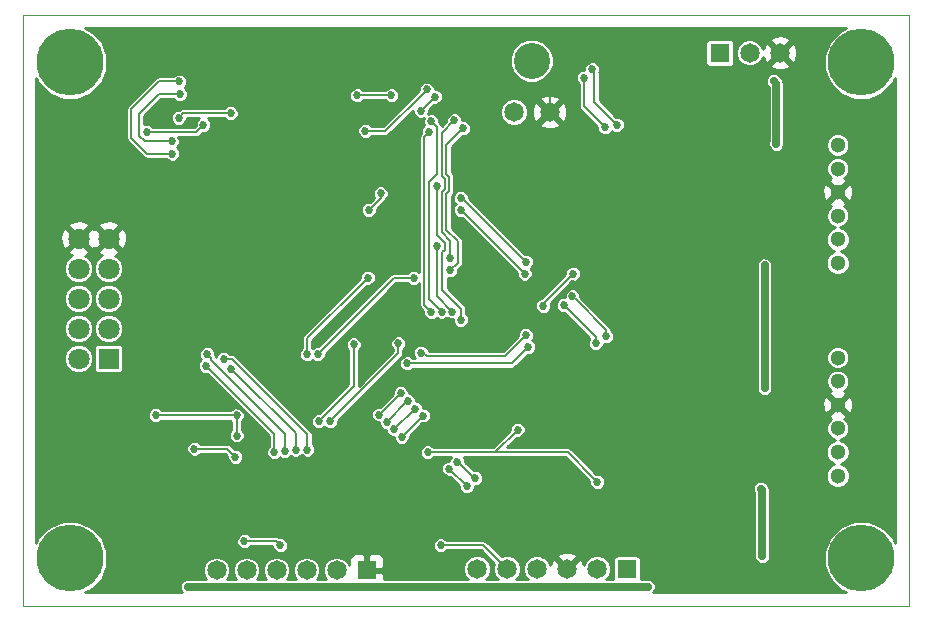
<source format=gbl>
G04 #@! TF.FileFunction,Copper,L2,Bot,Signal*
%FSLAX46Y46*%
G04 Gerber Fmt 4.6, Leading zero omitted, Abs format (unit mm)*
G04 Created by KiCad (PCBNEW (2015-11-10 BZR 6307, Git a988d7a)-product) date Thu 12 Nov 2015 09:17:27 PM EST*
%MOMM*%
G01*
G04 APERTURE LIST*
%ADD10C,0.100000*%
%ADD11C,1.300000*%
%ADD12R,1.650000X1.650000*%
%ADD13C,1.650000*%
%ADD14R,1.800000X1.800000*%
%ADD15C,1.800000*%
%ADD16C,3.050000*%
%ADD17C,5.650000*%
%ADD18C,0.685800*%
%ADD19C,0.635000*%
%ADD20C,0.203200*%
%ADD21C,0.254000*%
G04 APERTURE END LIST*
D10*
X113000000Y-150000000D02*
X113000000Y-100000000D01*
X188000000Y-150000000D02*
X113000000Y-150000000D01*
X188000000Y-100000000D02*
X188000000Y-150000000D01*
X113000000Y-100000000D02*
X188000000Y-100000000D01*
D11*
X182000000Y-139000000D03*
X182000000Y-137000000D03*
X182000000Y-135000000D03*
X182000000Y-133000000D03*
X182000000Y-131000000D03*
X182000000Y-129000000D03*
D12*
X164160000Y-146900000D03*
D13*
X161620000Y-146900000D03*
X159080000Y-146900000D03*
X156540000Y-146900000D03*
X154000000Y-146900000D03*
X151460000Y-146900000D03*
D14*
X120270000Y-129080000D03*
D15*
X117730000Y-129080000D03*
X120270000Y-126540000D03*
X117730000Y-126540000D03*
X120270000Y-124000000D03*
X117730000Y-124000000D03*
X120270000Y-121460000D03*
X117730000Y-121460000D03*
X120270000Y-118920000D03*
X117730000Y-118920000D03*
D12*
X142120000Y-147000000D03*
D13*
X139580000Y-147000000D03*
X137040000Y-147000000D03*
X134500000Y-147000000D03*
X131960000Y-147000000D03*
X129420000Y-147000000D03*
D11*
X182000000Y-121000000D03*
X182000000Y-119000000D03*
X182000000Y-117000000D03*
X182000000Y-115000000D03*
X182000000Y-113000000D03*
X182000000Y-111000000D03*
D13*
X154600000Y-108200000D03*
X157600000Y-108200000D03*
D16*
X156100000Y-103880000D03*
D12*
X172000000Y-103200000D03*
D13*
X174540000Y-103200000D03*
X177080000Y-103200000D03*
D17*
X117000000Y-146000000D03*
X184000000Y-146000000D03*
X184000000Y-104000000D03*
X117000000Y-104000000D03*
D18*
X176600000Y-105600000D03*
X176800000Y-110900000D03*
X175800000Y-121200000D03*
X175800000Y-131600000D03*
X175500000Y-140100000D03*
X175600000Y-145800000D03*
X161001937Y-102493070D03*
X153396950Y-104944264D03*
X158613594Y-104839513D03*
X157355812Y-144573337D03*
X145600000Y-112300000D03*
X123600000Y-104800000D03*
X163500000Y-126800000D03*
X164000000Y-121200000D03*
X164000000Y-134100000D03*
X163700000Y-108000000D03*
X143500000Y-119400000D03*
X146100000Y-127700000D03*
X142300000Y-127700000D03*
X137300000Y-125800000D03*
X136400000Y-123800000D03*
X174000000Y-137400000D03*
X174000000Y-136400000D03*
X174020590Y-135462393D03*
X174000000Y-133200000D03*
X174000000Y-132300000D03*
X174600000Y-130200000D03*
X174000000Y-131400000D03*
X174900000Y-110100000D03*
X174300000Y-112500000D03*
X174300000Y-113500000D03*
X173984021Y-114590235D03*
X173941031Y-116522932D03*
X174200000Y-117500000D03*
X174200000Y-118400000D03*
X160700000Y-118800000D03*
X160600000Y-117100000D03*
X162900000Y-112200000D03*
X155600000Y-130600000D03*
X158500000Y-130500000D03*
X156200000Y-129700000D03*
X157000000Y-129100000D03*
X157800000Y-129700000D03*
X160600000Y-132600000D03*
X160714410Y-135900000D03*
X160600000Y-137200000D03*
X163800000Y-140300000D03*
X130600000Y-107300000D03*
X131900000Y-104700000D03*
X136000000Y-111100000D03*
X130500000Y-110600000D03*
X120300000Y-141200000D03*
X119800000Y-140100000D03*
X120000000Y-139000000D03*
X134300000Y-128400000D03*
X143600000Y-140900000D03*
X139600000Y-140200000D03*
X126300000Y-134700000D03*
X126300000Y-131500000D03*
X149800000Y-137800000D03*
X151300000Y-139200000D03*
X149100000Y-138400000D03*
X150600000Y-139900000D03*
X124246109Y-133868405D03*
X131767887Y-144538816D03*
X148400000Y-144900000D03*
X134800000Y-144900000D03*
X131100000Y-135600000D03*
X131100000Y-133900000D03*
X165900000Y-148400000D03*
X127000000Y-148400000D03*
X127529874Y-136717842D03*
X131000000Y-137400000D03*
X128500000Y-129700000D03*
X134300000Y-137000000D03*
X130643847Y-129956153D03*
X136100000Y-136800000D03*
X130008000Y-129092000D03*
X137100000Y-136800000D03*
X128600000Y-128700000D03*
X135200000Y-136900000D03*
X123500000Y-109900000D03*
X128300000Y-109300000D03*
X126200000Y-108700000D03*
X130600000Y-108300000D03*
X148060907Y-119552812D03*
X149378006Y-125100000D03*
X146236619Y-133320618D03*
X144433705Y-135080771D03*
X147570770Y-125124791D03*
X147391761Y-109900000D03*
X145000000Y-132000000D03*
X143176467Y-133823533D03*
X142300000Y-116500000D03*
X143300000Y-115100000D03*
X148060907Y-114458233D03*
X150100000Y-125800000D03*
X146906199Y-133905414D03*
X145076467Y-135723533D03*
X148475498Y-125113505D03*
X144200000Y-106800000D03*
X141300000Y-106800000D03*
X147600000Y-109000000D03*
X145608000Y-132692000D03*
X143805086Y-134452152D03*
X158782647Y-124559602D03*
X161500000Y-127800000D03*
X155500000Y-121900000D03*
X150100000Y-116500000D03*
X159543156Y-123822859D03*
X150100000Y-115500000D03*
X155600000Y-120900000D03*
X162400000Y-127200000D03*
X146700000Y-108100000D03*
X147900000Y-106900000D03*
X160500000Y-105300000D03*
X162300000Y-109500000D03*
X142000000Y-109800000D03*
X147200000Y-106300000D03*
X161200000Y-104600000D03*
X163300000Y-109300000D03*
X157047736Y-124630900D03*
X154900000Y-135100000D03*
X159600000Y-121885590D03*
X161636291Y-139524078D03*
X147284467Y-137015533D03*
X142217105Y-122232604D03*
X137072025Y-128724273D03*
X146090586Y-122255710D03*
X137968087Y-128725402D03*
X139022825Y-134411568D03*
X144800000Y-127800000D03*
X138052103Y-134400661D03*
X141006661Y-127871466D03*
X126300000Y-106700000D03*
X125600000Y-110700000D03*
X125646949Y-111740730D03*
X126269140Y-105623762D03*
X146700000Y-128600000D03*
X155600000Y-127100000D03*
X145547045Y-129493342D03*
X155800000Y-128100000D03*
X149537886Y-108912526D03*
X149200000Y-120600000D03*
X149200000Y-121600000D03*
X150300000Y-109600000D03*
D19*
X176800000Y-110900000D02*
X176800000Y-105800000D01*
X176800000Y-105800000D02*
X176600000Y-105600000D01*
X175800000Y-131600000D02*
X175800000Y-121200000D01*
X175600000Y-145800000D02*
X175600000Y-140200000D01*
X175600000Y-140200000D02*
X175500000Y-140100000D01*
D20*
X158613594Y-104839513D02*
X160960037Y-102493070D01*
X160960037Y-102493070D02*
X161001937Y-102493070D01*
X157600000Y-108200000D02*
X154344264Y-104944264D01*
X154344264Y-104944264D02*
X153396950Y-104944264D01*
X157600000Y-108200000D02*
X157600000Y-105853107D01*
X157600000Y-105853107D02*
X158613594Y-104839513D01*
X157355812Y-145058270D02*
X157355812Y-144573337D01*
X157355812Y-145175812D02*
X157355812Y-145058270D01*
X159080000Y-146900000D02*
X157355812Y-145175812D01*
X151300000Y-139200000D02*
X151231617Y-139200000D01*
X151231617Y-139200000D02*
X149831617Y-137800000D01*
X149831617Y-137800000D02*
X149800000Y-137800000D01*
X150600000Y-139900000D02*
X149100000Y-138400000D01*
X124277704Y-133900000D02*
X124246109Y-133868405D01*
X131100000Y-133900000D02*
X124277704Y-133900000D01*
X134438816Y-144538816D02*
X132252820Y-144538816D01*
X134800000Y-144900000D02*
X134438816Y-144538816D01*
X132252820Y-144538816D02*
X131767887Y-144538816D01*
X148400000Y-144900000D02*
X152000000Y-144900000D01*
X152000000Y-144900000D02*
X154000000Y-146900000D01*
X131100000Y-134384933D02*
X131100000Y-135600000D01*
X131100000Y-133900000D02*
X131100000Y-134384933D01*
D19*
X127000000Y-148400000D02*
X165900000Y-148400000D01*
D20*
X128014807Y-136717842D02*
X127529874Y-136717842D01*
X130317842Y-136717842D02*
X128014807Y-136717842D01*
X131000000Y-137400000D02*
X130317842Y-136717842D01*
X134300000Y-137000000D02*
X134300000Y-135500000D01*
X134300000Y-135500000D02*
X128500000Y-129700000D01*
X130986746Y-130299052D02*
X130643847Y-129956153D01*
X136100000Y-136800000D02*
X136100000Y-135412306D01*
X136100000Y-135412306D02*
X130986746Y-130299052D01*
X137100000Y-136800000D02*
X137100000Y-135496292D01*
X130695708Y-129092000D02*
X130008000Y-129092000D01*
X137100000Y-135496292D02*
X130695708Y-129092000D01*
X128942899Y-129213803D02*
X128942899Y-129042899D01*
X135200000Y-136900000D02*
X135200000Y-135470904D01*
X135200000Y-135470904D02*
X128942899Y-129213803D01*
X128942899Y-129042899D02*
X128600000Y-128700000D01*
X128300000Y-109300000D02*
X127700000Y-109900000D01*
X127700000Y-109900000D02*
X123500000Y-109900000D01*
X130600000Y-108300000D02*
X126600000Y-108300000D01*
X126600000Y-108300000D02*
X126200000Y-108700000D01*
X148060907Y-120037745D02*
X148060907Y-119552812D01*
X148060907Y-123782901D02*
X148060907Y-120037745D01*
X149378006Y-125100000D02*
X148060907Y-123782901D01*
X144433705Y-135080771D02*
X146193858Y-133320618D01*
X146193858Y-133320618D02*
X146236619Y-133320618D01*
X147006777Y-124560798D02*
X147227871Y-124781892D01*
X147006777Y-110284984D02*
X147006777Y-124560798D01*
X147391761Y-109900000D02*
X147006777Y-110284984D01*
X147227871Y-124781892D02*
X147570770Y-125124791D01*
X143176467Y-133823533D02*
X145000000Y-132000000D01*
X143300000Y-115100000D02*
X143300000Y-115500000D01*
X143300000Y-115500000D02*
X142300000Y-116500000D01*
X148708608Y-119280084D02*
X148060907Y-118632383D01*
X148060907Y-118632383D02*
X148060907Y-114458233D01*
X148708608Y-119863709D02*
X148708608Y-119280084D01*
X148531814Y-123295210D02*
X148531814Y-120040503D01*
X148531814Y-120040503D02*
X148708608Y-119863709D01*
X150100000Y-125800000D02*
X150100000Y-124863396D01*
X150100000Y-124863396D02*
X148531814Y-123295210D01*
X145076467Y-135723533D02*
X146894586Y-133905414D01*
X146894586Y-133905414D02*
X146906199Y-133905414D01*
X148055359Y-109455359D02*
X148055359Y-113483757D01*
X147600000Y-109000000D02*
X148055359Y-109455359D01*
X147413187Y-124051194D02*
X148132599Y-124770606D01*
X148055359Y-113483757D02*
X147413187Y-114125929D01*
X147413187Y-114125929D02*
X147413187Y-124051194D01*
X148132599Y-124770606D02*
X148475498Y-125113505D01*
X141300000Y-106800000D02*
X144200000Y-106800000D01*
X143805086Y-134452152D02*
X145565238Y-132692000D01*
X145565238Y-132692000D02*
X145608000Y-132692000D01*
X159125546Y-124902501D02*
X158782647Y-124559602D01*
X161500000Y-127276955D02*
X159125546Y-124902501D01*
X161500000Y-127800000D02*
X161500000Y-127276955D01*
X150100000Y-116500000D02*
X155500000Y-121900000D01*
X159886055Y-124165758D02*
X159543156Y-123822859D01*
X162400000Y-127200000D02*
X162400000Y-126679703D01*
X162400000Y-126679703D02*
X159886055Y-124165758D01*
X155600000Y-120900000D02*
X150200000Y-115500000D01*
X150200000Y-115500000D02*
X150100000Y-115500000D01*
X147900000Y-106900000D02*
X146700000Y-108100000D01*
X162300000Y-109500000D02*
X160500000Y-107700000D01*
X160500000Y-107700000D02*
X160500000Y-105300000D01*
X146857101Y-106642899D02*
X143700000Y-109800000D01*
X143700000Y-109800000D02*
X142000000Y-109800000D01*
X147200000Y-106300000D02*
X146857101Y-106642899D01*
X161400000Y-104900000D02*
X161200000Y-104700000D01*
X161200000Y-104700000D02*
X161200000Y-104600000D01*
X163300000Y-109300000D02*
X161400000Y-107400000D01*
X161400000Y-107400000D02*
X161400000Y-104900000D01*
X159600000Y-121885590D02*
X157047736Y-124437854D01*
X157047736Y-124437854D02*
X157047736Y-124630900D01*
X147284467Y-137015533D02*
X151928314Y-137015533D01*
X151928314Y-137015533D02*
X159127746Y-137015533D01*
X154900000Y-135100000D02*
X152984467Y-137015533D01*
X152984467Y-137015533D02*
X151928314Y-137015533D01*
X161293392Y-139181179D02*
X161636291Y-139524078D01*
X159127746Y-137015533D02*
X161293392Y-139181179D01*
X141874206Y-122575503D02*
X142217105Y-122232604D01*
X137072025Y-127377684D02*
X141874206Y-122575503D01*
X137072025Y-128724273D02*
X137072025Y-127377684D01*
X145605653Y-122255710D02*
X146090586Y-122255710D01*
X144437779Y-122255710D02*
X145605653Y-122255710D01*
X137968087Y-128725402D02*
X144437779Y-122255710D01*
X139365724Y-134068669D02*
X139022825Y-134411568D01*
X144800000Y-128634393D02*
X139365724Y-134068669D01*
X144800000Y-127800000D02*
X144800000Y-128634393D01*
X138395002Y-134057762D02*
X138052103Y-134400661D01*
X141006661Y-131446103D02*
X138395002Y-134057762D01*
X141006661Y-127871466D02*
X141006661Y-131446103D01*
X122852299Y-108347701D02*
X124500000Y-106700000D01*
X124500000Y-106700000D02*
X126300000Y-106700000D01*
X125600000Y-110700000D02*
X123341402Y-110700000D01*
X123341402Y-110700000D02*
X122852299Y-110210897D01*
X122852299Y-110210897D02*
X122852299Y-108347701D01*
X126269140Y-105623762D02*
X124521589Y-105623762D01*
X124521589Y-105623762D02*
X122204854Y-107940497D01*
X122204854Y-107940497D02*
X122204854Y-110427562D01*
X122204854Y-110427562D02*
X123518022Y-111740730D01*
X123518022Y-111740730D02*
X125162016Y-111740730D01*
X125162016Y-111740730D02*
X125646949Y-111740730D01*
X147200000Y-128900000D02*
X146900000Y-128600000D01*
X146900000Y-128600000D02*
X146700000Y-128600000D01*
X153800000Y-128900000D02*
X147200000Y-128900000D01*
X155600000Y-127100000D02*
X153800000Y-128900000D01*
X154406658Y-129493342D02*
X146031978Y-129493342D01*
X155800000Y-128100000D02*
X154406658Y-129493342D01*
X146031978Y-129493342D02*
X145547045Y-129493342D01*
X148461769Y-113600001D02*
X148461769Y-109988643D01*
X148461769Y-109988643D02*
X149537886Y-108912526D01*
X148708608Y-113846840D02*
X148461769Y-113600001D01*
X148467317Y-118367317D02*
X148467317Y-115010421D01*
X148467317Y-115010421D02*
X148708608Y-114769130D01*
X148708608Y-114769130D02*
X148708608Y-113846840D01*
X149200000Y-119100000D02*
X148467317Y-118367317D01*
X149200000Y-120600000D02*
X149200000Y-119100000D01*
X149200000Y-109250412D02*
X149537886Y-108912526D01*
X148868179Y-113431661D02*
X148868179Y-111031821D01*
X148868179Y-111031821D02*
X150300000Y-109600000D01*
X148873727Y-118173727D02*
X148873727Y-115178761D01*
X148873727Y-115178761D02*
X149115018Y-114937470D01*
X149115018Y-114937470D02*
X149115017Y-113678499D01*
X149115017Y-113678499D02*
X148868179Y-113431661D01*
X149200000Y-121600000D02*
X149847701Y-120952299D01*
X149847701Y-120952299D02*
X149847701Y-119147701D01*
X149847701Y-119147701D02*
X148873727Y-118173727D01*
D21*
G36*
X182215058Y-101323592D02*
X181326711Y-102210389D01*
X180845349Y-103369639D01*
X180844254Y-104624855D01*
X181323592Y-105784942D01*
X182210389Y-106673289D01*
X183369639Y-107154651D01*
X184624855Y-107155746D01*
X185784942Y-106676408D01*
X186673289Y-105789611D01*
X186873000Y-105308653D01*
X186873000Y-144690847D01*
X186676408Y-144215058D01*
X185789611Y-143326711D01*
X184630361Y-142845349D01*
X183375145Y-142844254D01*
X182215058Y-143323592D01*
X181326711Y-144210389D01*
X180845349Y-145369639D01*
X180844254Y-146624855D01*
X181323592Y-147784942D01*
X182210389Y-148673289D01*
X182691347Y-148873000D01*
X166378913Y-148873000D01*
X166470294Y-148781778D01*
X166572983Y-148534475D01*
X166573217Y-148266699D01*
X166470959Y-148019217D01*
X166281778Y-147829706D01*
X166034475Y-147727017D01*
X165766699Y-147726783D01*
X165704943Y-147752300D01*
X165316194Y-147752300D01*
X165321669Y-147725000D01*
X165321669Y-146075000D01*
X165297241Y-145949096D01*
X165224550Y-145838438D01*
X165114813Y-145764364D01*
X164985000Y-145738331D01*
X163335000Y-145738331D01*
X163209096Y-145762759D01*
X163098438Y-145835450D01*
X163024364Y-145945187D01*
X162998331Y-146075000D01*
X162998331Y-147725000D01*
X163003628Y-147752300D01*
X162401339Y-147752300D01*
X162598760Y-147555223D01*
X162774999Y-147130792D01*
X162775400Y-146671225D01*
X162599902Y-146246486D01*
X162275223Y-145921240D01*
X161850792Y-145745001D01*
X161391225Y-145744600D01*
X160966486Y-145920098D01*
X160641240Y-146244777D01*
X160521327Y-146533560D01*
X160354563Y-146130956D01*
X160105853Y-146053752D01*
X159259605Y-146900000D01*
X159273748Y-146914143D01*
X159094143Y-147093748D01*
X159080000Y-147079605D01*
X159065858Y-147093748D01*
X158886253Y-146914143D01*
X158900395Y-146900000D01*
X158054147Y-146053752D01*
X157805437Y-146130956D01*
X157650006Y-146561364D01*
X157519902Y-146246486D01*
X157195223Y-145921240D01*
X157081811Y-145874147D01*
X158233752Y-145874147D01*
X159080000Y-146720395D01*
X159926248Y-145874147D01*
X159849044Y-145625437D01*
X159302750Y-145428157D01*
X158722544Y-145454952D01*
X158310956Y-145625437D01*
X158233752Y-145874147D01*
X157081811Y-145874147D01*
X156770792Y-145745001D01*
X156311225Y-145744600D01*
X155886486Y-145920098D01*
X155561240Y-146244777D01*
X155385001Y-146669208D01*
X155384600Y-147128775D01*
X155560098Y-147553514D01*
X155758537Y-147752300D01*
X154781339Y-147752300D01*
X154978760Y-147555223D01*
X155154999Y-147130792D01*
X155155400Y-146671225D01*
X154979902Y-146246486D01*
X154655223Y-145921240D01*
X154230792Y-145745001D01*
X153771225Y-145744600D01*
X153547641Y-145836983D01*
X152305329Y-144594671D01*
X152165243Y-144501069D01*
X152000000Y-144468200D01*
X148920031Y-144468200D01*
X148781778Y-144329706D01*
X148534475Y-144227017D01*
X148266699Y-144226783D01*
X148019217Y-144329041D01*
X147829706Y-144518222D01*
X147727017Y-144765525D01*
X147726783Y-145033301D01*
X147829041Y-145280783D01*
X148018222Y-145470294D01*
X148265525Y-145572983D01*
X148533301Y-145573217D01*
X148780783Y-145470959D01*
X148920185Y-145331800D01*
X151821142Y-145331800D01*
X152936998Y-146447656D01*
X152845001Y-146669208D01*
X152844600Y-147128775D01*
X153020098Y-147553514D01*
X153218537Y-147752300D01*
X152241339Y-147752300D01*
X152438760Y-147555223D01*
X152614999Y-147130792D01*
X152615400Y-146671225D01*
X152439902Y-146246486D01*
X152115223Y-145921240D01*
X151690792Y-145745001D01*
X151231225Y-145744600D01*
X150806486Y-145920098D01*
X150481240Y-146244777D01*
X150305001Y-146669208D01*
X150304600Y-147128775D01*
X150480098Y-147553514D01*
X150678537Y-147752300D01*
X143580000Y-147752300D01*
X143580000Y-147285750D01*
X143421250Y-147127000D01*
X142247000Y-147127000D01*
X142247000Y-147147000D01*
X141993000Y-147147000D01*
X141993000Y-147127000D01*
X141973000Y-147127000D01*
X141973000Y-146873000D01*
X141993000Y-146873000D01*
X141993000Y-145698750D01*
X142247000Y-145698750D01*
X142247000Y-146873000D01*
X143421250Y-146873000D01*
X143580000Y-146714250D01*
X143580000Y-146048690D01*
X143483327Y-145815301D01*
X143304698Y-145636673D01*
X143071309Y-145540000D01*
X142405750Y-145540000D01*
X142247000Y-145698750D01*
X141993000Y-145698750D01*
X141834250Y-145540000D01*
X141168691Y-145540000D01*
X140935302Y-145636673D01*
X140756673Y-145815301D01*
X140660000Y-146048690D01*
X140660000Y-146588742D01*
X140559902Y-146346486D01*
X140235223Y-146021240D01*
X139810792Y-145845001D01*
X139351225Y-145844600D01*
X138926486Y-146020098D01*
X138601240Y-146344777D01*
X138425001Y-146769208D01*
X138424600Y-147228775D01*
X138600098Y-147653514D01*
X138698712Y-147752300D01*
X137921513Y-147752300D01*
X138018760Y-147655223D01*
X138194999Y-147230792D01*
X138195400Y-146771225D01*
X138019902Y-146346486D01*
X137695223Y-146021240D01*
X137270792Y-145845001D01*
X136811225Y-145844600D01*
X136386486Y-146020098D01*
X136061240Y-146344777D01*
X135885001Y-146769208D01*
X135884600Y-147228775D01*
X136060098Y-147653514D01*
X136158712Y-147752300D01*
X135381513Y-147752300D01*
X135478760Y-147655223D01*
X135654999Y-147230792D01*
X135655400Y-146771225D01*
X135479902Y-146346486D01*
X135155223Y-146021240D01*
X134730792Y-145845001D01*
X134271225Y-145844600D01*
X133846486Y-146020098D01*
X133521240Y-146344777D01*
X133345001Y-146769208D01*
X133344600Y-147228775D01*
X133520098Y-147653514D01*
X133618712Y-147752300D01*
X132841513Y-147752300D01*
X132938760Y-147655223D01*
X133114999Y-147230792D01*
X133115400Y-146771225D01*
X132939902Y-146346486D01*
X132615223Y-146021240D01*
X132190792Y-145845001D01*
X131731225Y-145844600D01*
X131306486Y-146020098D01*
X130981240Y-146344777D01*
X130805001Y-146769208D01*
X130804600Y-147228775D01*
X130980098Y-147653514D01*
X131078712Y-147752300D01*
X130301513Y-147752300D01*
X130398760Y-147655223D01*
X130574999Y-147230792D01*
X130575400Y-146771225D01*
X130399902Y-146346486D01*
X130075223Y-146021240D01*
X129650792Y-145845001D01*
X129191225Y-145844600D01*
X128766486Y-146020098D01*
X128441240Y-146344777D01*
X128265001Y-146769208D01*
X128264600Y-147228775D01*
X128440098Y-147653514D01*
X128538712Y-147752300D01*
X127195363Y-147752300D01*
X127134475Y-147727017D01*
X126866699Y-147726783D01*
X126619217Y-147829041D01*
X126429706Y-148018222D01*
X126327017Y-148265525D01*
X126326783Y-148533301D01*
X126429041Y-148780783D01*
X126521097Y-148873000D01*
X118309153Y-148873000D01*
X118784942Y-148676408D01*
X119673289Y-147789611D01*
X120154651Y-146630361D01*
X120155746Y-145375145D01*
X119865261Y-144672117D01*
X131094670Y-144672117D01*
X131196928Y-144919599D01*
X131386109Y-145109110D01*
X131633412Y-145211799D01*
X131901188Y-145212033D01*
X132148670Y-145109775D01*
X132288072Y-144970616D01*
X134126838Y-144970616D01*
X134126783Y-145033301D01*
X134229041Y-145280783D01*
X134418222Y-145470294D01*
X134665525Y-145572983D01*
X134933301Y-145573217D01*
X135180783Y-145470959D01*
X135370294Y-145281778D01*
X135472983Y-145034475D01*
X135473217Y-144766699D01*
X135370959Y-144519217D01*
X135181778Y-144329706D01*
X134934475Y-144227017D01*
X134734200Y-144226842D01*
X134709576Y-144210389D01*
X134604059Y-144139885D01*
X134438816Y-144107016D01*
X132287918Y-144107016D01*
X132149665Y-143968522D01*
X131902362Y-143865833D01*
X131634586Y-143865599D01*
X131387104Y-143967857D01*
X131197593Y-144157038D01*
X131094904Y-144404341D01*
X131094670Y-144672117D01*
X119865261Y-144672117D01*
X119676408Y-144215058D01*
X118789611Y-143326711D01*
X117630361Y-142845349D01*
X116375145Y-142844254D01*
X115215058Y-143323592D01*
X114326711Y-144210389D01*
X114127000Y-144691347D01*
X114127000Y-136851143D01*
X126856657Y-136851143D01*
X126958915Y-137098625D01*
X127148096Y-137288136D01*
X127395399Y-137390825D01*
X127663175Y-137391059D01*
X127910657Y-137288801D01*
X128050059Y-137149642D01*
X130138984Y-137149642D01*
X130326954Y-137337612D01*
X130326783Y-137533301D01*
X130429041Y-137780783D01*
X130618222Y-137970294D01*
X130865525Y-138072983D01*
X131133301Y-138073217D01*
X131380783Y-137970959D01*
X131570294Y-137781778D01*
X131672983Y-137534475D01*
X131673217Y-137266699D01*
X131570959Y-137019217D01*
X131381778Y-136829706D01*
X131134475Y-136727017D01*
X130937503Y-136726845D01*
X130623171Y-136412513D01*
X130518463Y-136342550D01*
X130483085Y-136318911D01*
X130317842Y-136286042D01*
X128049905Y-136286042D01*
X127911652Y-136147548D01*
X127664349Y-136044859D01*
X127396573Y-136044625D01*
X127149091Y-136146883D01*
X126959580Y-136336064D01*
X126856891Y-136583367D01*
X126856657Y-136851143D01*
X114127000Y-136851143D01*
X114127000Y-134001706D01*
X123572892Y-134001706D01*
X123675150Y-134249188D01*
X123864331Y-134438699D01*
X124111634Y-134541388D01*
X124379410Y-134541622D01*
X124626892Y-134439364D01*
X124734644Y-134331800D01*
X130579969Y-134331800D01*
X130668200Y-134420185D01*
X130668200Y-135079969D01*
X130529706Y-135218222D01*
X130427017Y-135465525D01*
X130426783Y-135733301D01*
X130529041Y-135980783D01*
X130718222Y-136170294D01*
X130965525Y-136272983D01*
X131233301Y-136273217D01*
X131480783Y-136170959D01*
X131670294Y-135981778D01*
X131772983Y-135734475D01*
X131773217Y-135466699D01*
X131670959Y-135219217D01*
X131531800Y-135079815D01*
X131531800Y-134420031D01*
X131670294Y-134281778D01*
X131772983Y-134034475D01*
X131773217Y-133766699D01*
X131670959Y-133519217D01*
X131481778Y-133329706D01*
X131234475Y-133227017D01*
X130966699Y-133226783D01*
X130719217Y-133329041D01*
X130579815Y-133468200D01*
X124797680Y-133468200D01*
X124627887Y-133298111D01*
X124380584Y-133195422D01*
X124112808Y-133195188D01*
X123865326Y-133297446D01*
X123675815Y-133486627D01*
X123573126Y-133733930D01*
X123572892Y-134001706D01*
X114127000Y-134001706D01*
X114127000Y-129323628D01*
X116499587Y-129323628D01*
X116686479Y-129775942D01*
X117032238Y-130122305D01*
X117484225Y-130309986D01*
X117973628Y-130310413D01*
X118425942Y-130123521D01*
X118772305Y-129777762D01*
X118959986Y-129325775D01*
X118960413Y-128836372D01*
X118773521Y-128384058D01*
X118569819Y-128180000D01*
X119033331Y-128180000D01*
X119033331Y-129980000D01*
X119057759Y-130105904D01*
X119130450Y-130216562D01*
X119240187Y-130290636D01*
X119370000Y-130316669D01*
X121170000Y-130316669D01*
X121295904Y-130292241D01*
X121406562Y-130219550D01*
X121480636Y-130109813D01*
X121506669Y-129980000D01*
X121506669Y-129833301D01*
X127826783Y-129833301D01*
X127929041Y-130080783D01*
X128118222Y-130270294D01*
X128365525Y-130372983D01*
X128562497Y-130373155D01*
X133868200Y-135678857D01*
X133868200Y-136479969D01*
X133729706Y-136618222D01*
X133627017Y-136865525D01*
X133626783Y-137133301D01*
X133729041Y-137380783D01*
X133918222Y-137570294D01*
X134165525Y-137672983D01*
X134433301Y-137673217D01*
X134680783Y-137570959D01*
X134799955Y-137451995D01*
X134818222Y-137470294D01*
X135065525Y-137572983D01*
X135333301Y-137573217D01*
X135580783Y-137470959D01*
X135699955Y-137351995D01*
X135718222Y-137370294D01*
X135965525Y-137472983D01*
X136233301Y-137473217D01*
X136480783Y-137370959D01*
X136600042Y-137251908D01*
X136718222Y-137370294D01*
X136965525Y-137472983D01*
X137233301Y-137473217D01*
X137480783Y-137370959D01*
X137670294Y-137181778D01*
X137683973Y-137148834D01*
X146611250Y-137148834D01*
X146713508Y-137396316D01*
X146902689Y-137585827D01*
X147149992Y-137688516D01*
X147417768Y-137688750D01*
X147665250Y-137586492D01*
X147804652Y-137447333D01*
X149217618Y-137447333D01*
X149127017Y-137665525D01*
X149126963Y-137726923D01*
X148966699Y-137726783D01*
X148719217Y-137829041D01*
X148529706Y-138018222D01*
X148427017Y-138265525D01*
X148426783Y-138533301D01*
X148529041Y-138780783D01*
X148718222Y-138970294D01*
X148965525Y-139072983D01*
X149162497Y-139073155D01*
X149926954Y-139837611D01*
X149926783Y-140033301D01*
X150029041Y-140280783D01*
X150218222Y-140470294D01*
X150465525Y-140572983D01*
X150733301Y-140573217D01*
X150980783Y-140470959D01*
X151170294Y-140281778D01*
X151190423Y-140233301D01*
X174826783Y-140233301D01*
X174929041Y-140480783D01*
X174952300Y-140504083D01*
X174952300Y-145604637D01*
X174927017Y-145665525D01*
X174926783Y-145933301D01*
X175029041Y-146180783D01*
X175218222Y-146370294D01*
X175465525Y-146472983D01*
X175733301Y-146473217D01*
X175980783Y-146370959D01*
X176170294Y-146181778D01*
X176272983Y-145934475D01*
X176273217Y-145666699D01*
X176247700Y-145604943D01*
X176247700Y-140200000D01*
X176201060Y-139965525D01*
X176198397Y-139952135D01*
X176116645Y-139829786D01*
X176070959Y-139719217D01*
X175881778Y-139529706D01*
X175634475Y-139427017D01*
X175366699Y-139426783D01*
X175119217Y-139529041D01*
X174929706Y-139718222D01*
X174827017Y-139965525D01*
X174826783Y-140233301D01*
X151190423Y-140233301D01*
X151272983Y-140034475D01*
X151273124Y-139873077D01*
X151433301Y-139873217D01*
X151680783Y-139770959D01*
X151870294Y-139581778D01*
X151972983Y-139334475D01*
X151973217Y-139066699D01*
X151870959Y-138819217D01*
X151681778Y-138629706D01*
X151434475Y-138527017D01*
X151169060Y-138526785D01*
X150473074Y-137830799D01*
X150473217Y-137666699D01*
X150382576Y-137447333D01*
X158948888Y-137447333D01*
X160963245Y-139461690D01*
X160963074Y-139657379D01*
X161065332Y-139904861D01*
X161254513Y-140094372D01*
X161501816Y-140197061D01*
X161769592Y-140197295D01*
X162017074Y-140095037D01*
X162206585Y-139905856D01*
X162309274Y-139658553D01*
X162309508Y-139390777D01*
X162207250Y-139143295D01*
X162018069Y-138953784D01*
X161770766Y-138851095D01*
X161573794Y-138850923D01*
X159927050Y-137204179D01*
X180968822Y-137204179D01*
X181125451Y-137583251D01*
X181415223Y-137873529D01*
X181720081Y-138000117D01*
X181416749Y-138125451D01*
X181126471Y-138415223D01*
X180969180Y-138794022D01*
X180968822Y-139204179D01*
X181125451Y-139583251D01*
X181415223Y-139873529D01*
X181794022Y-140030820D01*
X182204179Y-140031178D01*
X182583251Y-139874549D01*
X182873529Y-139584777D01*
X183030820Y-139205978D01*
X183031178Y-138795821D01*
X182874549Y-138416749D01*
X182584777Y-138126471D01*
X182279919Y-137999883D01*
X182583251Y-137874549D01*
X182873529Y-137584777D01*
X183030820Y-137205978D01*
X183031178Y-136795821D01*
X182874549Y-136416749D01*
X182584777Y-136126471D01*
X182213570Y-135972333D01*
X182554513Y-135831457D01*
X182830488Y-135555964D01*
X182980029Y-135195829D01*
X182980370Y-134805882D01*
X182831457Y-134445487D01*
X182559309Y-134172863D01*
X182663729Y-134129611D01*
X182719410Y-133899016D01*
X182000000Y-133179605D01*
X181280590Y-133899016D01*
X181336271Y-134129611D01*
X181446704Y-134168040D01*
X181445487Y-134168543D01*
X181169512Y-134444036D01*
X181019971Y-134804171D01*
X181019630Y-135194118D01*
X181168543Y-135554513D01*
X181444036Y-135830488D01*
X181786478Y-135972682D01*
X181416749Y-136125451D01*
X181126471Y-136415223D01*
X180969180Y-136794022D01*
X180968822Y-137204179D01*
X159927050Y-137204179D01*
X159433075Y-136710204D01*
X159292989Y-136616602D01*
X159127746Y-136583733D01*
X154026925Y-136583733D01*
X154837612Y-135773046D01*
X155033301Y-135773217D01*
X155280783Y-135670959D01*
X155470294Y-135481778D01*
X155572983Y-135234475D01*
X155573217Y-134966699D01*
X155470959Y-134719217D01*
X155281778Y-134529706D01*
X155034475Y-134427017D01*
X154766699Y-134426783D01*
X154519217Y-134529041D01*
X154329706Y-134718222D01*
X154227017Y-134965525D01*
X154226845Y-135162497D01*
X152805609Y-136583733D01*
X147804498Y-136583733D01*
X147666245Y-136445239D01*
X147418942Y-136342550D01*
X147151166Y-136342316D01*
X146903684Y-136444574D01*
X146714173Y-136633755D01*
X146611484Y-136881058D01*
X146611250Y-137148834D01*
X137683973Y-137148834D01*
X137772983Y-136934475D01*
X137773217Y-136666699D01*
X137670959Y-136419217D01*
X137531800Y-136279815D01*
X137531800Y-135496297D01*
X137531801Y-135496292D01*
X137498932Y-135331050D01*
X137442814Y-135247064D01*
X137405329Y-135190963D01*
X137405326Y-135190961D01*
X136748328Y-134533962D01*
X137378886Y-134533962D01*
X137481144Y-134781444D01*
X137670325Y-134970955D01*
X137917628Y-135073644D01*
X138185404Y-135073878D01*
X138432886Y-134971620D01*
X138532027Y-134872652D01*
X138641047Y-134981862D01*
X138888350Y-135084551D01*
X139156126Y-135084785D01*
X139403608Y-134982527D01*
X139593119Y-134793346D01*
X139695808Y-134546043D01*
X139695980Y-134349071D01*
X140088217Y-133956834D01*
X142503250Y-133956834D01*
X142605508Y-134204316D01*
X142794689Y-134393827D01*
X143041992Y-134496516D01*
X143131947Y-134496595D01*
X143131869Y-134585453D01*
X143234127Y-134832935D01*
X143423308Y-135022446D01*
X143670611Y-135125135D01*
X143760566Y-135125214D01*
X143760488Y-135214072D01*
X143862746Y-135461554D01*
X144051927Y-135651065D01*
X144299230Y-135753754D01*
X144403340Y-135753845D01*
X144403250Y-135856834D01*
X144505508Y-136104316D01*
X144694689Y-136293827D01*
X144941992Y-136396516D01*
X145209768Y-136396750D01*
X145457250Y-136294492D01*
X145646761Y-136105311D01*
X145749450Y-135858008D01*
X145749622Y-135661036D01*
X146832207Y-134578450D01*
X147039500Y-134578631D01*
X147286982Y-134476373D01*
X147476493Y-134287192D01*
X147579182Y-134039889D01*
X147579416Y-133772113D01*
X147477158Y-133524631D01*
X147287977Y-133335120D01*
X147040674Y-133232431D01*
X146909797Y-133232317D01*
X146909836Y-133187317D01*
X146807578Y-132939835D01*
X146687032Y-132819078D01*
X180702378Y-132819078D01*
X180731917Y-133329428D01*
X180870389Y-133663729D01*
X181100984Y-133719410D01*
X181820395Y-133000000D01*
X182179605Y-133000000D01*
X182899016Y-133719410D01*
X183129611Y-133663729D01*
X183297622Y-133180922D01*
X183268083Y-132670572D01*
X183129611Y-132336271D01*
X182899016Y-132280590D01*
X182179605Y-133000000D01*
X181820395Y-133000000D01*
X181100984Y-132280590D01*
X180870389Y-132336271D01*
X180702378Y-132819078D01*
X146687032Y-132819078D01*
X146618397Y-132750324D01*
X146371094Y-132647635D01*
X146281139Y-132647556D01*
X146281217Y-132558699D01*
X146178959Y-132311217D01*
X145989778Y-132121706D01*
X145742475Y-132019017D01*
X145673084Y-132018956D01*
X145673217Y-131866699D01*
X145570959Y-131619217D01*
X145381778Y-131429706D01*
X145134475Y-131327017D01*
X144866699Y-131326783D01*
X144619217Y-131429041D01*
X144429706Y-131618222D01*
X144327017Y-131865525D01*
X144326845Y-132062497D01*
X143238855Y-133150487D01*
X143043166Y-133150316D01*
X142795684Y-133252574D01*
X142606173Y-133441755D01*
X142503484Y-133689058D01*
X142503250Y-133956834D01*
X140088217Y-133956834D01*
X144418408Y-129626643D01*
X144873828Y-129626643D01*
X144976086Y-129874125D01*
X145165267Y-130063636D01*
X145412570Y-130166325D01*
X145680346Y-130166559D01*
X145927828Y-130064301D01*
X146067230Y-129925142D01*
X154406658Y-129925142D01*
X154571901Y-129892273D01*
X154711987Y-129798671D01*
X155737612Y-128773046D01*
X155933301Y-128773217D01*
X156180783Y-128670959D01*
X156370294Y-128481778D01*
X156472983Y-128234475D01*
X156473217Y-127966699D01*
X156370959Y-127719217D01*
X156181778Y-127529706D01*
X156139760Y-127512259D01*
X156170294Y-127481778D01*
X156272983Y-127234475D01*
X156273217Y-126966699D01*
X156170959Y-126719217D01*
X155981778Y-126529706D01*
X155734475Y-126427017D01*
X155466699Y-126426783D01*
X155219217Y-126529041D01*
X155029706Y-126718222D01*
X154927017Y-126965525D01*
X154926845Y-127162498D01*
X153621142Y-128468200D01*
X147378858Y-128468200D01*
X147370302Y-128459644D01*
X147270959Y-128219217D01*
X147081778Y-128029706D01*
X146834475Y-127927017D01*
X146566699Y-127926783D01*
X146319217Y-128029041D01*
X146129706Y-128218222D01*
X146027017Y-128465525D01*
X146026783Y-128733301D01*
X146129041Y-128980783D01*
X146209659Y-129061542D01*
X146067076Y-129061542D01*
X145928823Y-128923048D01*
X145681520Y-128820359D01*
X145413744Y-128820125D01*
X145166262Y-128922383D01*
X144976751Y-129111564D01*
X144874062Y-129358867D01*
X144873828Y-129626643D01*
X144418408Y-129626643D01*
X145105329Y-128939722D01*
X145126208Y-128908474D01*
X145198931Y-128799636D01*
X145211836Y-128734758D01*
X145231801Y-128634393D01*
X145231800Y-128634388D01*
X145231800Y-128320031D01*
X145370294Y-128181778D01*
X145472983Y-127934475D01*
X145473217Y-127666699D01*
X145370959Y-127419217D01*
X145181778Y-127229706D01*
X144934475Y-127127017D01*
X144666699Y-127126783D01*
X144419217Y-127229041D01*
X144229706Y-127418222D01*
X144127017Y-127665525D01*
X144126783Y-127933301D01*
X144229041Y-128180783D01*
X144368200Y-128320185D01*
X144368200Y-128455535D01*
X141438461Y-131385274D01*
X141438461Y-128391497D01*
X141576955Y-128253244D01*
X141679644Y-128005941D01*
X141679878Y-127738165D01*
X141577620Y-127490683D01*
X141388439Y-127301172D01*
X141141136Y-127198483D01*
X140873360Y-127198249D01*
X140625878Y-127300507D01*
X140436367Y-127489688D01*
X140333678Y-127736991D01*
X140333444Y-128004767D01*
X140435702Y-128252249D01*
X140574861Y-128391651D01*
X140574861Y-131267246D01*
X138114491Y-133727615D01*
X137918802Y-133727444D01*
X137671320Y-133829702D01*
X137481809Y-134018883D01*
X137379120Y-134266186D01*
X137378886Y-134533962D01*
X136748328Y-134533962D01*
X131071940Y-128857574D01*
X136398808Y-128857574D01*
X136501066Y-129105056D01*
X136690247Y-129294567D01*
X136937550Y-129397256D01*
X137205326Y-129397490D01*
X137452808Y-129295232D01*
X137519443Y-129228713D01*
X137586309Y-129295696D01*
X137833612Y-129398385D01*
X138101388Y-129398619D01*
X138348870Y-129296361D01*
X138538381Y-129107180D01*
X138641070Y-128859877D01*
X138641242Y-128662905D01*
X144616637Y-122687510D01*
X145570555Y-122687510D01*
X145708808Y-122826004D01*
X145956111Y-122928693D01*
X146223887Y-122928927D01*
X146471369Y-122826669D01*
X146574977Y-122723241D01*
X146574977Y-124560798D01*
X146607846Y-124726041D01*
X146699623Y-124863396D01*
X146701448Y-124866127D01*
X146897724Y-125062403D01*
X146897553Y-125258092D01*
X146999811Y-125505574D01*
X147188992Y-125695085D01*
X147436295Y-125797774D01*
X147704071Y-125798008D01*
X147951553Y-125695750D01*
X148028736Y-125618702D01*
X148093720Y-125683799D01*
X148341023Y-125786488D01*
X148608799Y-125786722D01*
X148856281Y-125684464D01*
X148933461Y-125607418D01*
X148996228Y-125670294D01*
X149243531Y-125772983D01*
X149426923Y-125773143D01*
X149426783Y-125933301D01*
X149529041Y-126180783D01*
X149718222Y-126370294D01*
X149965525Y-126472983D01*
X150233301Y-126473217D01*
X150480783Y-126370959D01*
X150670294Y-126181778D01*
X150772983Y-125934475D01*
X150773217Y-125666699D01*
X150670959Y-125419217D01*
X150531800Y-125279815D01*
X150531800Y-124863396D01*
X150512069Y-124764201D01*
X156374519Y-124764201D01*
X156476777Y-125011683D01*
X156665958Y-125201194D01*
X156913261Y-125303883D01*
X157181037Y-125304117D01*
X157428519Y-125201859D01*
X157618030Y-125012678D01*
X157720719Y-124765375D01*
X157720782Y-124692903D01*
X158109430Y-124692903D01*
X158211688Y-124940385D01*
X158400869Y-125129896D01*
X158648172Y-125232585D01*
X158845144Y-125232757D01*
X160980201Y-127367814D01*
X160929706Y-127418222D01*
X160827017Y-127665525D01*
X160826783Y-127933301D01*
X160929041Y-128180783D01*
X161118222Y-128370294D01*
X161365525Y-128472983D01*
X161633301Y-128473217D01*
X161880783Y-128370959D01*
X162070294Y-128181778D01*
X162172983Y-127934475D01*
X162173070Y-127834593D01*
X162265525Y-127872983D01*
X162533301Y-127873217D01*
X162780783Y-127770959D01*
X162970294Y-127581778D01*
X163072983Y-127334475D01*
X163073217Y-127066699D01*
X162970959Y-126819217D01*
X162831800Y-126679815D01*
X162831800Y-126679703D01*
X162798931Y-126514460D01*
X162705329Y-126374374D01*
X160216202Y-123885247D01*
X160216373Y-123689558D01*
X160114115Y-123442076D01*
X159924934Y-123252565D01*
X159677631Y-123149876D01*
X159409855Y-123149642D01*
X159162373Y-123251900D01*
X158972862Y-123441081D01*
X158870173Y-123688384D01*
X158870000Y-123886578D01*
X158649346Y-123886385D01*
X158401864Y-123988643D01*
X158212353Y-124177824D01*
X158109664Y-124425127D01*
X158109430Y-124692903D01*
X157720782Y-124692903D01*
X157720953Y-124497599D01*
X157685193Y-124411055D01*
X159537611Y-122558636D01*
X159733301Y-122558807D01*
X159980783Y-122456549D01*
X160170294Y-122267368D01*
X160272983Y-122020065D01*
X160273217Y-121752289D01*
X160170959Y-121504807D01*
X159999752Y-121333301D01*
X175126783Y-121333301D01*
X175152300Y-121395057D01*
X175152300Y-131404637D01*
X175127017Y-131465525D01*
X175126783Y-131733301D01*
X175229041Y-131980783D01*
X175418222Y-132170294D01*
X175665525Y-132272983D01*
X175933301Y-132273217D01*
X176180783Y-132170959D01*
X176370294Y-131981778D01*
X176472983Y-131734475D01*
X176473217Y-131466699D01*
X176447700Y-131404943D01*
X176447700Y-131194118D01*
X181019630Y-131194118D01*
X181168543Y-131554513D01*
X181440691Y-131827137D01*
X181336271Y-131870389D01*
X181280590Y-132100984D01*
X182000000Y-132820395D01*
X182719410Y-132100984D01*
X182663729Y-131870389D01*
X182553296Y-131831960D01*
X182554513Y-131831457D01*
X182830488Y-131555964D01*
X182980029Y-131195829D01*
X182980370Y-130805882D01*
X182831457Y-130445487D01*
X182555964Y-130169512D01*
X182195829Y-130019971D01*
X181805882Y-130019630D01*
X181445487Y-130168543D01*
X181169512Y-130444036D01*
X181019971Y-130804171D01*
X181019630Y-131194118D01*
X176447700Y-131194118D01*
X176447700Y-129194118D01*
X181019630Y-129194118D01*
X181168543Y-129554513D01*
X181444036Y-129830488D01*
X181804171Y-129980029D01*
X182194118Y-129980370D01*
X182554513Y-129831457D01*
X182830488Y-129555964D01*
X182980029Y-129195829D01*
X182980370Y-128805882D01*
X182831457Y-128445487D01*
X182555964Y-128169512D01*
X182195829Y-128019971D01*
X181805882Y-128019630D01*
X181445487Y-128168543D01*
X181169512Y-128444036D01*
X181019971Y-128804171D01*
X181019630Y-129194118D01*
X176447700Y-129194118D01*
X176447700Y-121395363D01*
X176472983Y-121334475D01*
X176473217Y-121066699D01*
X176370959Y-120819217D01*
X176181778Y-120629706D01*
X175934475Y-120527017D01*
X175666699Y-120526783D01*
X175419217Y-120629041D01*
X175229706Y-120818222D01*
X175127017Y-121065525D01*
X175126783Y-121333301D01*
X159999752Y-121333301D01*
X159981778Y-121315296D01*
X159734475Y-121212607D01*
X159466699Y-121212373D01*
X159219217Y-121314631D01*
X159029706Y-121503812D01*
X158927017Y-121751115D01*
X158926845Y-121948088D01*
X156917247Y-123957685D01*
X156914435Y-123957683D01*
X156666953Y-124059941D01*
X156477442Y-124249122D01*
X156374753Y-124496425D01*
X156374519Y-124764201D01*
X150512069Y-124764201D01*
X150498931Y-124698153D01*
X150405329Y-124558067D01*
X148963614Y-123116352D01*
X148963614Y-122230666D01*
X149065525Y-122272983D01*
X149333301Y-122273217D01*
X149580783Y-122170959D01*
X149770294Y-121981778D01*
X149872983Y-121734475D01*
X149873155Y-121537502D01*
X150153027Y-121257630D01*
X150153030Y-121257628D01*
X150246632Y-121117542D01*
X150246633Y-121117541D01*
X150279502Y-120952299D01*
X150279501Y-120952294D01*
X150279501Y-119147701D01*
X150246632Y-118982458D01*
X150153030Y-118842372D01*
X149305527Y-117994869D01*
X149305527Y-115633301D01*
X149426783Y-115633301D01*
X149529041Y-115880783D01*
X149648092Y-116000042D01*
X149529706Y-116118222D01*
X149427017Y-116365525D01*
X149426783Y-116633301D01*
X149529041Y-116880783D01*
X149718222Y-117070294D01*
X149965525Y-117172983D01*
X150162497Y-117173155D01*
X154826954Y-121837612D01*
X154826783Y-122033301D01*
X154929041Y-122280783D01*
X155118222Y-122470294D01*
X155365525Y-122572983D01*
X155633301Y-122573217D01*
X155880783Y-122470959D01*
X156070294Y-122281778D01*
X156172983Y-122034475D01*
X156173217Y-121766699D01*
X156070959Y-121519217D01*
X156001821Y-121449958D01*
X156170294Y-121281778D01*
X156272983Y-121034475D01*
X156273217Y-120766699D01*
X156170959Y-120519217D01*
X155981778Y-120329706D01*
X155734475Y-120227017D01*
X155537503Y-120226845D01*
X154514837Y-119204179D01*
X180968822Y-119204179D01*
X181125451Y-119583251D01*
X181415223Y-119873529D01*
X181720081Y-120000117D01*
X181416749Y-120125451D01*
X181126471Y-120415223D01*
X180969180Y-120794022D01*
X180968822Y-121204179D01*
X181125451Y-121583251D01*
X181415223Y-121873529D01*
X181794022Y-122030820D01*
X182204179Y-122031178D01*
X182583251Y-121874549D01*
X182873529Y-121584777D01*
X183030820Y-121205978D01*
X183031178Y-120795821D01*
X182874549Y-120416749D01*
X182584777Y-120126471D01*
X182279919Y-119999883D01*
X182583251Y-119874549D01*
X182873529Y-119584777D01*
X183030820Y-119205978D01*
X183031178Y-118795821D01*
X182874549Y-118416749D01*
X182584777Y-118126471D01*
X182213570Y-117972333D01*
X182554513Y-117831457D01*
X182830488Y-117555964D01*
X182980029Y-117195829D01*
X182980370Y-116805882D01*
X182831457Y-116445487D01*
X182559309Y-116172863D01*
X182663729Y-116129611D01*
X182719410Y-115899016D01*
X182000000Y-115179605D01*
X181280590Y-115899016D01*
X181336271Y-116129611D01*
X181446704Y-116168040D01*
X181445487Y-116168543D01*
X181169512Y-116444036D01*
X181019971Y-116804171D01*
X181019630Y-117194118D01*
X181168543Y-117554513D01*
X181444036Y-117830488D01*
X181786478Y-117972682D01*
X181416749Y-118125451D01*
X181126471Y-118415223D01*
X180969180Y-118794022D01*
X180968822Y-119204179D01*
X154514837Y-119204179D01*
X150773133Y-115462475D01*
X150773217Y-115366699D01*
X150670959Y-115119217D01*
X150481778Y-114929706D01*
X150234475Y-114827017D01*
X149966699Y-114826783D01*
X149719217Y-114929041D01*
X149529706Y-115118222D01*
X149427017Y-115365525D01*
X149426783Y-115633301D01*
X149305527Y-115633301D01*
X149305527Y-115357619D01*
X149420347Y-115242799D01*
X149452505Y-115194671D01*
X149513949Y-115102713D01*
X149546818Y-114937470D01*
X149546818Y-114819078D01*
X180702378Y-114819078D01*
X180731917Y-115329428D01*
X180870389Y-115663729D01*
X181100984Y-115719410D01*
X181820395Y-115000000D01*
X182179605Y-115000000D01*
X182899016Y-115719410D01*
X183129611Y-115663729D01*
X183297622Y-115180922D01*
X183268083Y-114670572D01*
X183129611Y-114336271D01*
X182899016Y-114280590D01*
X182179605Y-115000000D01*
X181820395Y-115000000D01*
X181100984Y-114280590D01*
X180870389Y-114336271D01*
X180702378Y-114819078D01*
X149546818Y-114819078D01*
X149546817Y-113678504D01*
X149546818Y-113678499D01*
X149513949Y-113513257D01*
X149448322Y-113415040D01*
X149420346Y-113373170D01*
X149420343Y-113373168D01*
X149299979Y-113252804D01*
X149299979Y-113194118D01*
X181019630Y-113194118D01*
X181168543Y-113554513D01*
X181440691Y-113827137D01*
X181336271Y-113870389D01*
X181280590Y-114100984D01*
X182000000Y-114820395D01*
X182719410Y-114100984D01*
X182663729Y-113870389D01*
X182553296Y-113831960D01*
X182554513Y-113831457D01*
X182830488Y-113555964D01*
X182980029Y-113195829D01*
X182980370Y-112805882D01*
X182831457Y-112445487D01*
X182555964Y-112169512D01*
X182195829Y-112019971D01*
X181805882Y-112019630D01*
X181445487Y-112168543D01*
X181169512Y-112444036D01*
X181019971Y-112804171D01*
X181019630Y-113194118D01*
X149299979Y-113194118D01*
X149299979Y-111210679D01*
X150237611Y-110273046D01*
X150433301Y-110273217D01*
X150680783Y-110170959D01*
X150870294Y-109981778D01*
X150972983Y-109734475D01*
X150973217Y-109466699D01*
X150870959Y-109219217D01*
X150681778Y-109029706D01*
X150434475Y-108927017D01*
X150210974Y-108926822D01*
X150211103Y-108779225D01*
X150108845Y-108531743D01*
X150016100Y-108438836D01*
X153393791Y-108438836D01*
X153577007Y-108882252D01*
X153915964Y-109221801D01*
X154359059Y-109405790D01*
X154838836Y-109406209D01*
X155275330Y-109225853D01*
X156753752Y-109225853D01*
X156830956Y-109474563D01*
X157377250Y-109671843D01*
X157957456Y-109645048D01*
X158369044Y-109474563D01*
X158446248Y-109225853D01*
X157600000Y-108379605D01*
X156753752Y-109225853D01*
X155275330Y-109225853D01*
X155282252Y-109222993D01*
X155621801Y-108884036D01*
X155805790Y-108440941D01*
X155806194Y-107977250D01*
X156128157Y-107977250D01*
X156154952Y-108557456D01*
X156325437Y-108969044D01*
X156574147Y-109046248D01*
X157420395Y-108200000D01*
X157779605Y-108200000D01*
X158625853Y-109046248D01*
X158874563Y-108969044D01*
X159071843Y-108422750D01*
X159045048Y-107842544D01*
X158874563Y-107430956D01*
X158625853Y-107353752D01*
X157779605Y-108200000D01*
X157420395Y-108200000D01*
X156574147Y-107353752D01*
X156325437Y-107430956D01*
X156128157Y-107977250D01*
X155806194Y-107977250D01*
X155806209Y-107961164D01*
X155622993Y-107517748D01*
X155284036Y-107178199D01*
X155274278Y-107174147D01*
X156753752Y-107174147D01*
X157600000Y-108020395D01*
X158446248Y-107174147D01*
X158369044Y-106925437D01*
X157822750Y-106728157D01*
X157242544Y-106754952D01*
X156830956Y-106925437D01*
X156753752Y-107174147D01*
X155274278Y-107174147D01*
X154840941Y-106994210D01*
X154361164Y-106993791D01*
X153917748Y-107177007D01*
X153578199Y-107515964D01*
X153394210Y-107959059D01*
X153393791Y-108438836D01*
X150016100Y-108438836D01*
X149919664Y-108342232D01*
X149672361Y-108239543D01*
X149404585Y-108239309D01*
X149157103Y-108341567D01*
X148967592Y-108530748D01*
X148864903Y-108778051D01*
X148864731Y-108975023D01*
X148470110Y-109369644D01*
X148454290Y-109290117D01*
X148454290Y-109290116D01*
X148360688Y-109150030D01*
X148273046Y-109062388D01*
X148273217Y-108866699D01*
X148170959Y-108619217D01*
X147981778Y-108429706D01*
X147734475Y-108327017D01*
X147466699Y-108326783D01*
X147307306Y-108392643D01*
X147372983Y-108234475D01*
X147373155Y-108037503D01*
X147837612Y-107573046D01*
X148033301Y-107573217D01*
X148280783Y-107470959D01*
X148470294Y-107281778D01*
X148572983Y-107034475D01*
X148573217Y-106766699D01*
X148470959Y-106519217D01*
X148281778Y-106329706D01*
X148034475Y-106227017D01*
X147873164Y-106226876D01*
X147873217Y-106166699D01*
X147770959Y-105919217D01*
X147581778Y-105729706D01*
X147334475Y-105627017D01*
X147066699Y-105626783D01*
X146819217Y-105729041D01*
X146629706Y-105918222D01*
X146527017Y-106165525D01*
X146526845Y-106362497D01*
X143521142Y-109368200D01*
X142520031Y-109368200D01*
X142381778Y-109229706D01*
X142134475Y-109127017D01*
X141866699Y-109126783D01*
X141619217Y-109229041D01*
X141429706Y-109418222D01*
X141327017Y-109665525D01*
X141326783Y-109933301D01*
X141429041Y-110180783D01*
X141618222Y-110370294D01*
X141865525Y-110472983D01*
X142133301Y-110473217D01*
X142380783Y-110370959D01*
X142520185Y-110231800D01*
X143700000Y-110231800D01*
X143865243Y-110198931D01*
X144005329Y-110105329D01*
X146026914Y-108083744D01*
X146026783Y-108233301D01*
X146129041Y-108480783D01*
X146318222Y-108670294D01*
X146565525Y-108772983D01*
X146833301Y-108773217D01*
X146992694Y-108707357D01*
X146927017Y-108865525D01*
X146926783Y-109133301D01*
X147008630Y-109331385D01*
X146821467Y-109518222D01*
X146718778Y-109765525D01*
X146718606Y-109962497D01*
X146701448Y-109979655D01*
X146607846Y-110119741D01*
X146574977Y-110284984D01*
X146574977Y-121788208D01*
X146472364Y-121685416D01*
X146225061Y-121582727D01*
X145957285Y-121582493D01*
X145709803Y-121684751D01*
X145570401Y-121823910D01*
X144437779Y-121823910D01*
X144272536Y-121856779D01*
X144167029Y-121927276D01*
X144132450Y-121950381D01*
X138030475Y-128052356D01*
X137834786Y-128052185D01*
X137587304Y-128154443D01*
X137520669Y-128220962D01*
X137503825Y-128204088D01*
X137503825Y-127556542D01*
X142154716Y-122905650D01*
X142350406Y-122905821D01*
X142597888Y-122803563D01*
X142787399Y-122614382D01*
X142890088Y-122367079D01*
X142890322Y-122099303D01*
X142788064Y-121851821D01*
X142598883Y-121662310D01*
X142351580Y-121559621D01*
X142083804Y-121559387D01*
X141836322Y-121661645D01*
X141646811Y-121850826D01*
X141544122Y-122098129D01*
X141543950Y-122295102D01*
X136766696Y-127072355D01*
X136673094Y-127212441D01*
X136640225Y-127377684D01*
X136640225Y-128204242D01*
X136501731Y-128342495D01*
X136399042Y-128589798D01*
X136398808Y-128857574D01*
X131071940Y-128857574D01*
X131001037Y-128786671D01*
X130994051Y-128782003D01*
X130860951Y-128693069D01*
X130695708Y-128660200D01*
X130528031Y-128660200D01*
X130389778Y-128521706D01*
X130142475Y-128419017D01*
X129874699Y-128418783D01*
X129627217Y-128521041D01*
X129437706Y-128710222D01*
X129350365Y-128920563D01*
X129341830Y-128877656D01*
X129273035Y-128774697D01*
X129273217Y-128566699D01*
X129170959Y-128319217D01*
X128981778Y-128129706D01*
X128734475Y-128027017D01*
X128466699Y-128026783D01*
X128219217Y-128129041D01*
X128029706Y-128318222D01*
X127927017Y-128565525D01*
X127926783Y-128833301D01*
X128029041Y-129080783D01*
X128098179Y-129150042D01*
X127929706Y-129318222D01*
X127827017Y-129565525D01*
X127826783Y-129833301D01*
X121506669Y-129833301D01*
X121506669Y-128180000D01*
X121482241Y-128054096D01*
X121409550Y-127943438D01*
X121299813Y-127869364D01*
X121170000Y-127843331D01*
X119370000Y-127843331D01*
X119244096Y-127867759D01*
X119133438Y-127940450D01*
X119059364Y-128050187D01*
X119033331Y-128180000D01*
X118569819Y-128180000D01*
X118427762Y-128037695D01*
X117975775Y-127850014D01*
X117486372Y-127849587D01*
X117034058Y-128036479D01*
X116687695Y-128382238D01*
X116500014Y-128834225D01*
X116499587Y-129323628D01*
X114127000Y-129323628D01*
X114127000Y-126783628D01*
X116499587Y-126783628D01*
X116686479Y-127235942D01*
X117032238Y-127582305D01*
X117484225Y-127769986D01*
X117973628Y-127770413D01*
X118425942Y-127583521D01*
X118772305Y-127237762D01*
X118959986Y-126785775D01*
X118959987Y-126783628D01*
X119039587Y-126783628D01*
X119226479Y-127235942D01*
X119572238Y-127582305D01*
X120024225Y-127769986D01*
X120513628Y-127770413D01*
X120965942Y-127583521D01*
X121312305Y-127237762D01*
X121499986Y-126785775D01*
X121500413Y-126296372D01*
X121313521Y-125844058D01*
X120967762Y-125497695D01*
X120515775Y-125310014D01*
X120026372Y-125309587D01*
X119574058Y-125496479D01*
X119227695Y-125842238D01*
X119040014Y-126294225D01*
X119039587Y-126783628D01*
X118959987Y-126783628D01*
X118960413Y-126296372D01*
X118773521Y-125844058D01*
X118427762Y-125497695D01*
X117975775Y-125310014D01*
X117486372Y-125309587D01*
X117034058Y-125496479D01*
X116687695Y-125842238D01*
X116500014Y-126294225D01*
X116499587Y-126783628D01*
X114127000Y-126783628D01*
X114127000Y-124243628D01*
X116499587Y-124243628D01*
X116686479Y-124695942D01*
X117032238Y-125042305D01*
X117484225Y-125229986D01*
X117973628Y-125230413D01*
X118425942Y-125043521D01*
X118772305Y-124697762D01*
X118959986Y-124245775D01*
X118959987Y-124243628D01*
X119039587Y-124243628D01*
X119226479Y-124695942D01*
X119572238Y-125042305D01*
X120024225Y-125229986D01*
X120513628Y-125230413D01*
X120965942Y-125043521D01*
X121312305Y-124697762D01*
X121499986Y-124245775D01*
X121500413Y-123756372D01*
X121313521Y-123304058D01*
X120967762Y-122957695D01*
X120515775Y-122770014D01*
X120026372Y-122769587D01*
X119574058Y-122956479D01*
X119227695Y-123302238D01*
X119040014Y-123754225D01*
X119039587Y-124243628D01*
X118959987Y-124243628D01*
X118960413Y-123756372D01*
X118773521Y-123304058D01*
X118427762Y-122957695D01*
X117975775Y-122770014D01*
X117486372Y-122769587D01*
X117034058Y-122956479D01*
X116687695Y-123302238D01*
X116500014Y-123754225D01*
X116499587Y-124243628D01*
X114127000Y-124243628D01*
X114127000Y-121703628D01*
X116499587Y-121703628D01*
X116686479Y-122155942D01*
X117032238Y-122502305D01*
X117484225Y-122689986D01*
X117973628Y-122690413D01*
X118425942Y-122503521D01*
X118772305Y-122157762D01*
X118959986Y-121705775D01*
X118959987Y-121703628D01*
X119039587Y-121703628D01*
X119226479Y-122155942D01*
X119572238Y-122502305D01*
X120024225Y-122689986D01*
X120513628Y-122690413D01*
X120965942Y-122503521D01*
X121312305Y-122157762D01*
X121499986Y-121705775D01*
X121500413Y-121216372D01*
X121313521Y-120764058D01*
X120967762Y-120417695D01*
X120831716Y-120361204D01*
X121084148Y-120256643D01*
X121170554Y-120000159D01*
X120270000Y-119099605D01*
X119369446Y-120000159D01*
X119455852Y-120256643D01*
X119723713Y-120354643D01*
X119574058Y-120416479D01*
X119227695Y-120762238D01*
X119040014Y-121214225D01*
X119039587Y-121703628D01*
X118959987Y-121703628D01*
X118960413Y-121216372D01*
X118773521Y-120764058D01*
X118427762Y-120417695D01*
X118291716Y-120361204D01*
X118544148Y-120256643D01*
X118630554Y-120000159D01*
X117730000Y-119099605D01*
X116829446Y-120000159D01*
X116915852Y-120256643D01*
X117183713Y-120354643D01*
X117034058Y-120416479D01*
X116687695Y-120762238D01*
X116500014Y-121214225D01*
X116499587Y-121703628D01*
X114127000Y-121703628D01*
X114127000Y-118679336D01*
X116183542Y-118679336D01*
X116209161Y-119289460D01*
X116393357Y-119734148D01*
X116649841Y-119820554D01*
X117550395Y-118920000D01*
X117909605Y-118920000D01*
X118810159Y-119820554D01*
X119000000Y-119756599D01*
X119189841Y-119820554D01*
X120090395Y-118920000D01*
X120449605Y-118920000D01*
X121350159Y-119820554D01*
X121606643Y-119734148D01*
X121816458Y-119160664D01*
X121790839Y-118550540D01*
X121606643Y-118105852D01*
X121350159Y-118019446D01*
X120449605Y-118920000D01*
X120090395Y-118920000D01*
X119189841Y-118019446D01*
X119000000Y-118083401D01*
X118810159Y-118019446D01*
X117909605Y-118920000D01*
X117550395Y-118920000D01*
X116649841Y-118019446D01*
X116393357Y-118105852D01*
X116183542Y-118679336D01*
X114127000Y-118679336D01*
X114127000Y-117839841D01*
X116829446Y-117839841D01*
X117730000Y-118740395D01*
X118630554Y-117839841D01*
X119369446Y-117839841D01*
X120270000Y-118740395D01*
X121170554Y-117839841D01*
X121084148Y-117583357D01*
X120510664Y-117373542D01*
X119900540Y-117399161D01*
X119455852Y-117583357D01*
X119369446Y-117839841D01*
X118630554Y-117839841D01*
X118544148Y-117583357D01*
X117970664Y-117373542D01*
X117360540Y-117399161D01*
X116915852Y-117583357D01*
X116829446Y-117839841D01*
X114127000Y-117839841D01*
X114127000Y-116633301D01*
X141626783Y-116633301D01*
X141729041Y-116880783D01*
X141918222Y-117070294D01*
X142165525Y-117172983D01*
X142433301Y-117173217D01*
X142680783Y-117070959D01*
X142870294Y-116881778D01*
X142972983Y-116634475D01*
X142973155Y-116437503D01*
X143605326Y-115805331D01*
X143605329Y-115805329D01*
X143698931Y-115665243D01*
X143698932Y-115665242D01*
X143702010Y-115649769D01*
X143870294Y-115481778D01*
X143972983Y-115234475D01*
X143973217Y-114966699D01*
X143870959Y-114719217D01*
X143681778Y-114529706D01*
X143434475Y-114427017D01*
X143166699Y-114426783D01*
X142919217Y-114529041D01*
X142729706Y-114718222D01*
X142627017Y-114965525D01*
X142626783Y-115233301D01*
X142723053Y-115466290D01*
X142362388Y-115826954D01*
X142166699Y-115826783D01*
X141919217Y-115929041D01*
X141729706Y-116118222D01*
X141627017Y-116365525D01*
X141626783Y-116633301D01*
X114127000Y-116633301D01*
X114127000Y-107940497D01*
X121773054Y-107940497D01*
X121773054Y-110427562D01*
X121805923Y-110592805D01*
X121877548Y-110700000D01*
X121899525Y-110732891D01*
X123212693Y-112046059D01*
X123352779Y-112139661D01*
X123518022Y-112172530D01*
X125126918Y-112172530D01*
X125265171Y-112311024D01*
X125512474Y-112413713D01*
X125780250Y-112413947D01*
X126027732Y-112311689D01*
X126217243Y-112122508D01*
X126319932Y-111875205D01*
X126320166Y-111607429D01*
X126217908Y-111359947D01*
X126055058Y-111196813D01*
X126170294Y-111081778D01*
X126272983Y-110834475D01*
X126273217Y-110566699D01*
X126176158Y-110331800D01*
X127700000Y-110331800D01*
X127865243Y-110298931D01*
X128005329Y-110205329D01*
X128237612Y-109973046D01*
X128433301Y-109973217D01*
X128680783Y-109870959D01*
X128870294Y-109681778D01*
X128972983Y-109434475D01*
X128973217Y-109166699D01*
X128870959Y-108919217D01*
X128683868Y-108731800D01*
X130079969Y-108731800D01*
X130218222Y-108870294D01*
X130465525Y-108972983D01*
X130733301Y-108973217D01*
X130980783Y-108870959D01*
X131170294Y-108681778D01*
X131272983Y-108434475D01*
X131273217Y-108166699D01*
X131170959Y-107919217D01*
X130981778Y-107729706D01*
X130734475Y-107627017D01*
X130466699Y-107626783D01*
X130219217Y-107729041D01*
X130079815Y-107868200D01*
X126600000Y-107868200D01*
X126434757Y-107901069D01*
X126294671Y-107994671D01*
X126294669Y-107994674D01*
X126262389Y-108026954D01*
X126066699Y-108026783D01*
X125819217Y-108129041D01*
X125629706Y-108318222D01*
X125527017Y-108565525D01*
X125526783Y-108833301D01*
X125629041Y-109080783D01*
X125818222Y-109270294D01*
X126065525Y-109372983D01*
X126333301Y-109373217D01*
X126580783Y-109270959D01*
X126770294Y-109081778D01*
X126872983Y-108834475D01*
X126873073Y-108731800D01*
X127916453Y-108731800D01*
X127729706Y-108918222D01*
X127627017Y-109165525D01*
X127626845Y-109362497D01*
X127521142Y-109468200D01*
X124020031Y-109468200D01*
X123881778Y-109329706D01*
X123634475Y-109227017D01*
X123366699Y-109226783D01*
X123284099Y-109260913D01*
X123284099Y-108526559D01*
X124678858Y-107131800D01*
X125779969Y-107131800D01*
X125918222Y-107270294D01*
X126165525Y-107372983D01*
X126433301Y-107373217D01*
X126680783Y-107270959D01*
X126870294Y-107081778D01*
X126931946Y-106933301D01*
X140626783Y-106933301D01*
X140729041Y-107180783D01*
X140918222Y-107370294D01*
X141165525Y-107472983D01*
X141433301Y-107473217D01*
X141680783Y-107370959D01*
X141820185Y-107231800D01*
X143679969Y-107231800D01*
X143818222Y-107370294D01*
X144065525Y-107472983D01*
X144333301Y-107473217D01*
X144580783Y-107370959D01*
X144770294Y-107181778D01*
X144872983Y-106934475D01*
X144873217Y-106666699D01*
X144770959Y-106419217D01*
X144581778Y-106229706D01*
X144334475Y-106127017D01*
X144066699Y-106126783D01*
X143819217Y-106229041D01*
X143679815Y-106368200D01*
X141820031Y-106368200D01*
X141681778Y-106229706D01*
X141434475Y-106127017D01*
X141166699Y-106126783D01*
X140919217Y-106229041D01*
X140729706Y-106418222D01*
X140627017Y-106665525D01*
X140626783Y-106933301D01*
X126931946Y-106933301D01*
X126972983Y-106834475D01*
X126973217Y-106566699D01*
X126870959Y-106319217D01*
X126698386Y-106146343D01*
X126839434Y-106005540D01*
X126942123Y-105758237D01*
X126942357Y-105490461D01*
X126840099Y-105242979D01*
X126650918Y-105053468D01*
X126403615Y-104950779D01*
X126135839Y-104950545D01*
X125888357Y-105052803D01*
X125748955Y-105191962D01*
X124521589Y-105191962D01*
X124356346Y-105224831D01*
X124283931Y-105273217D01*
X124216260Y-105318433D01*
X121899525Y-107635168D01*
X121805923Y-107775254D01*
X121773054Y-107940497D01*
X114127000Y-107940497D01*
X114127000Y-105309153D01*
X114323592Y-105784942D01*
X115210389Y-106673289D01*
X116369639Y-107154651D01*
X117624855Y-107155746D01*
X118784942Y-106676408D01*
X119673289Y-105789611D01*
X120154651Y-104630361D01*
X120154985Y-104247403D01*
X154244478Y-104247403D01*
X154526321Y-104929514D01*
X155047741Y-105451845D01*
X155729359Y-105734878D01*
X156467403Y-105735522D01*
X157149514Y-105453679D01*
X157169927Y-105433301D01*
X159826783Y-105433301D01*
X159929041Y-105680783D01*
X160068200Y-105820185D01*
X160068200Y-107700000D01*
X160101069Y-107865243D01*
X160175909Y-107977250D01*
X160194671Y-108005329D01*
X161626954Y-109437611D01*
X161626783Y-109633301D01*
X161729041Y-109880783D01*
X161918222Y-110070294D01*
X162165525Y-110172983D01*
X162433301Y-110173217D01*
X162680783Y-110070959D01*
X162870294Y-109881778D01*
X162887741Y-109839760D01*
X162918222Y-109870294D01*
X163165525Y-109972983D01*
X163433301Y-109973217D01*
X163680783Y-109870959D01*
X163870294Y-109681778D01*
X163972983Y-109434475D01*
X163973217Y-109166699D01*
X163870959Y-108919217D01*
X163681778Y-108729706D01*
X163434475Y-108627017D01*
X163237503Y-108626845D01*
X161831800Y-107221142D01*
X161831800Y-105733301D01*
X175926783Y-105733301D01*
X176029041Y-105980783D01*
X176152300Y-106104257D01*
X176152300Y-110704637D01*
X176127017Y-110765525D01*
X176126783Y-111033301D01*
X176229041Y-111280783D01*
X176418222Y-111470294D01*
X176665525Y-111572983D01*
X176933301Y-111573217D01*
X177180783Y-111470959D01*
X177370294Y-111281778D01*
X177406693Y-111194118D01*
X181019630Y-111194118D01*
X181168543Y-111554513D01*
X181444036Y-111830488D01*
X181804171Y-111980029D01*
X182194118Y-111980370D01*
X182554513Y-111831457D01*
X182830488Y-111555964D01*
X182980029Y-111195829D01*
X182980370Y-110805882D01*
X182831457Y-110445487D01*
X182555964Y-110169512D01*
X182195829Y-110019971D01*
X181805882Y-110019630D01*
X181445487Y-110168543D01*
X181169512Y-110444036D01*
X181019971Y-110804171D01*
X181019630Y-111194118D01*
X177406693Y-111194118D01*
X177472983Y-111034475D01*
X177473217Y-110766699D01*
X177447700Y-110704943D01*
X177447700Y-105800000D01*
X177398397Y-105552136D01*
X177257993Y-105342007D01*
X177196136Y-105280150D01*
X177170959Y-105219217D01*
X176981778Y-105029706D01*
X176734475Y-104927017D01*
X176466699Y-104926783D01*
X176219217Y-105029041D01*
X176029706Y-105218222D01*
X175927017Y-105465525D01*
X175926783Y-105733301D01*
X161831800Y-105733301D01*
X161831800Y-104900005D01*
X161831801Y-104900000D01*
X161822878Y-104855142D01*
X161872983Y-104734475D01*
X161873217Y-104466699D01*
X161770959Y-104219217D01*
X161581778Y-104029706D01*
X161334475Y-103927017D01*
X161066699Y-103926783D01*
X160819217Y-104029041D01*
X160629706Y-104218222D01*
X160527017Y-104465525D01*
X160526876Y-104626923D01*
X160366699Y-104626783D01*
X160119217Y-104729041D01*
X159929706Y-104918222D01*
X159827017Y-105165525D01*
X159826783Y-105433301D01*
X157169927Y-105433301D01*
X157671845Y-104932259D01*
X157954878Y-104250641D01*
X157955522Y-103512597D01*
X157673679Y-102830486D01*
X157218988Y-102375000D01*
X170786536Y-102375000D01*
X170786536Y-104025000D01*
X170814722Y-104170274D01*
X170898596Y-104297956D01*
X171025216Y-104383426D01*
X171175000Y-104413464D01*
X172825000Y-104413464D01*
X172970274Y-104385278D01*
X173097956Y-104301404D01*
X173183426Y-104174784D01*
X173213464Y-104025000D01*
X173213464Y-103428775D01*
X173384600Y-103428775D01*
X173560098Y-103853514D01*
X173884777Y-104178760D01*
X174309208Y-104354999D01*
X174768775Y-104355400D01*
X175082303Y-104225853D01*
X176233752Y-104225853D01*
X176310956Y-104474563D01*
X176857250Y-104671843D01*
X177437456Y-104645048D01*
X177849044Y-104474563D01*
X177926248Y-104225853D01*
X177080000Y-103379605D01*
X176233752Y-104225853D01*
X175082303Y-104225853D01*
X175193514Y-104179902D01*
X175518760Y-103855223D01*
X175638673Y-103566440D01*
X175805437Y-103969044D01*
X176054147Y-104046248D01*
X176900395Y-103200000D01*
X177259605Y-103200000D01*
X178105853Y-104046248D01*
X178354563Y-103969044D01*
X178551843Y-103422750D01*
X178525048Y-102842544D01*
X178354563Y-102430956D01*
X178105853Y-102353752D01*
X177259605Y-103200000D01*
X176900395Y-103200000D01*
X176054147Y-102353752D01*
X175805437Y-102430956D01*
X175650006Y-102861364D01*
X175519902Y-102546486D01*
X175195223Y-102221240D01*
X175081811Y-102174147D01*
X176233752Y-102174147D01*
X177080000Y-103020395D01*
X177926248Y-102174147D01*
X177849044Y-101925437D01*
X177302750Y-101728157D01*
X176722544Y-101754952D01*
X176310956Y-101925437D01*
X176233752Y-102174147D01*
X175081811Y-102174147D01*
X174770792Y-102045001D01*
X174311225Y-102044600D01*
X173886486Y-102220098D01*
X173561240Y-102544777D01*
X173385001Y-102969208D01*
X173384600Y-103428775D01*
X173213464Y-103428775D01*
X173213464Y-102375000D01*
X173185278Y-102229726D01*
X173101404Y-102102044D01*
X172974784Y-102016574D01*
X172825000Y-101986536D01*
X171175000Y-101986536D01*
X171029726Y-102014722D01*
X170902044Y-102098596D01*
X170816574Y-102225216D01*
X170786536Y-102375000D01*
X157218988Y-102375000D01*
X157152259Y-102308155D01*
X156470641Y-102025122D01*
X155732597Y-102024478D01*
X155050486Y-102306321D01*
X154528155Y-102827741D01*
X154245122Y-103509359D01*
X154244478Y-104247403D01*
X120154985Y-104247403D01*
X120155746Y-103375145D01*
X119676408Y-102215058D01*
X118789611Y-101326711D01*
X118308653Y-101127000D01*
X182690847Y-101127000D01*
X182215058Y-101323592D01*
X182215058Y-101323592D01*
G37*
X182215058Y-101323592D02*
X181326711Y-102210389D01*
X180845349Y-103369639D01*
X180844254Y-104624855D01*
X181323592Y-105784942D01*
X182210389Y-106673289D01*
X183369639Y-107154651D01*
X184624855Y-107155746D01*
X185784942Y-106676408D01*
X186673289Y-105789611D01*
X186873000Y-105308653D01*
X186873000Y-144690847D01*
X186676408Y-144215058D01*
X185789611Y-143326711D01*
X184630361Y-142845349D01*
X183375145Y-142844254D01*
X182215058Y-143323592D01*
X181326711Y-144210389D01*
X180845349Y-145369639D01*
X180844254Y-146624855D01*
X181323592Y-147784942D01*
X182210389Y-148673289D01*
X182691347Y-148873000D01*
X166378913Y-148873000D01*
X166470294Y-148781778D01*
X166572983Y-148534475D01*
X166573217Y-148266699D01*
X166470959Y-148019217D01*
X166281778Y-147829706D01*
X166034475Y-147727017D01*
X165766699Y-147726783D01*
X165704943Y-147752300D01*
X165316194Y-147752300D01*
X165321669Y-147725000D01*
X165321669Y-146075000D01*
X165297241Y-145949096D01*
X165224550Y-145838438D01*
X165114813Y-145764364D01*
X164985000Y-145738331D01*
X163335000Y-145738331D01*
X163209096Y-145762759D01*
X163098438Y-145835450D01*
X163024364Y-145945187D01*
X162998331Y-146075000D01*
X162998331Y-147725000D01*
X163003628Y-147752300D01*
X162401339Y-147752300D01*
X162598760Y-147555223D01*
X162774999Y-147130792D01*
X162775400Y-146671225D01*
X162599902Y-146246486D01*
X162275223Y-145921240D01*
X161850792Y-145745001D01*
X161391225Y-145744600D01*
X160966486Y-145920098D01*
X160641240Y-146244777D01*
X160521327Y-146533560D01*
X160354563Y-146130956D01*
X160105853Y-146053752D01*
X159259605Y-146900000D01*
X159273748Y-146914143D01*
X159094143Y-147093748D01*
X159080000Y-147079605D01*
X159065858Y-147093748D01*
X158886253Y-146914143D01*
X158900395Y-146900000D01*
X158054147Y-146053752D01*
X157805437Y-146130956D01*
X157650006Y-146561364D01*
X157519902Y-146246486D01*
X157195223Y-145921240D01*
X157081811Y-145874147D01*
X158233752Y-145874147D01*
X159080000Y-146720395D01*
X159926248Y-145874147D01*
X159849044Y-145625437D01*
X159302750Y-145428157D01*
X158722544Y-145454952D01*
X158310956Y-145625437D01*
X158233752Y-145874147D01*
X157081811Y-145874147D01*
X156770792Y-145745001D01*
X156311225Y-145744600D01*
X155886486Y-145920098D01*
X155561240Y-146244777D01*
X155385001Y-146669208D01*
X155384600Y-147128775D01*
X155560098Y-147553514D01*
X155758537Y-147752300D01*
X154781339Y-147752300D01*
X154978760Y-147555223D01*
X155154999Y-147130792D01*
X155155400Y-146671225D01*
X154979902Y-146246486D01*
X154655223Y-145921240D01*
X154230792Y-145745001D01*
X153771225Y-145744600D01*
X153547641Y-145836983D01*
X152305329Y-144594671D01*
X152165243Y-144501069D01*
X152000000Y-144468200D01*
X148920031Y-144468200D01*
X148781778Y-144329706D01*
X148534475Y-144227017D01*
X148266699Y-144226783D01*
X148019217Y-144329041D01*
X147829706Y-144518222D01*
X147727017Y-144765525D01*
X147726783Y-145033301D01*
X147829041Y-145280783D01*
X148018222Y-145470294D01*
X148265525Y-145572983D01*
X148533301Y-145573217D01*
X148780783Y-145470959D01*
X148920185Y-145331800D01*
X151821142Y-145331800D01*
X152936998Y-146447656D01*
X152845001Y-146669208D01*
X152844600Y-147128775D01*
X153020098Y-147553514D01*
X153218537Y-147752300D01*
X152241339Y-147752300D01*
X152438760Y-147555223D01*
X152614999Y-147130792D01*
X152615400Y-146671225D01*
X152439902Y-146246486D01*
X152115223Y-145921240D01*
X151690792Y-145745001D01*
X151231225Y-145744600D01*
X150806486Y-145920098D01*
X150481240Y-146244777D01*
X150305001Y-146669208D01*
X150304600Y-147128775D01*
X150480098Y-147553514D01*
X150678537Y-147752300D01*
X143580000Y-147752300D01*
X143580000Y-147285750D01*
X143421250Y-147127000D01*
X142247000Y-147127000D01*
X142247000Y-147147000D01*
X141993000Y-147147000D01*
X141993000Y-147127000D01*
X141973000Y-147127000D01*
X141973000Y-146873000D01*
X141993000Y-146873000D01*
X141993000Y-145698750D01*
X142247000Y-145698750D01*
X142247000Y-146873000D01*
X143421250Y-146873000D01*
X143580000Y-146714250D01*
X143580000Y-146048690D01*
X143483327Y-145815301D01*
X143304698Y-145636673D01*
X143071309Y-145540000D01*
X142405750Y-145540000D01*
X142247000Y-145698750D01*
X141993000Y-145698750D01*
X141834250Y-145540000D01*
X141168691Y-145540000D01*
X140935302Y-145636673D01*
X140756673Y-145815301D01*
X140660000Y-146048690D01*
X140660000Y-146588742D01*
X140559902Y-146346486D01*
X140235223Y-146021240D01*
X139810792Y-145845001D01*
X139351225Y-145844600D01*
X138926486Y-146020098D01*
X138601240Y-146344777D01*
X138425001Y-146769208D01*
X138424600Y-147228775D01*
X138600098Y-147653514D01*
X138698712Y-147752300D01*
X137921513Y-147752300D01*
X138018760Y-147655223D01*
X138194999Y-147230792D01*
X138195400Y-146771225D01*
X138019902Y-146346486D01*
X137695223Y-146021240D01*
X137270792Y-145845001D01*
X136811225Y-145844600D01*
X136386486Y-146020098D01*
X136061240Y-146344777D01*
X135885001Y-146769208D01*
X135884600Y-147228775D01*
X136060098Y-147653514D01*
X136158712Y-147752300D01*
X135381513Y-147752300D01*
X135478760Y-147655223D01*
X135654999Y-147230792D01*
X135655400Y-146771225D01*
X135479902Y-146346486D01*
X135155223Y-146021240D01*
X134730792Y-145845001D01*
X134271225Y-145844600D01*
X133846486Y-146020098D01*
X133521240Y-146344777D01*
X133345001Y-146769208D01*
X133344600Y-147228775D01*
X133520098Y-147653514D01*
X133618712Y-147752300D01*
X132841513Y-147752300D01*
X132938760Y-147655223D01*
X133114999Y-147230792D01*
X133115400Y-146771225D01*
X132939902Y-146346486D01*
X132615223Y-146021240D01*
X132190792Y-145845001D01*
X131731225Y-145844600D01*
X131306486Y-146020098D01*
X130981240Y-146344777D01*
X130805001Y-146769208D01*
X130804600Y-147228775D01*
X130980098Y-147653514D01*
X131078712Y-147752300D01*
X130301513Y-147752300D01*
X130398760Y-147655223D01*
X130574999Y-147230792D01*
X130575400Y-146771225D01*
X130399902Y-146346486D01*
X130075223Y-146021240D01*
X129650792Y-145845001D01*
X129191225Y-145844600D01*
X128766486Y-146020098D01*
X128441240Y-146344777D01*
X128265001Y-146769208D01*
X128264600Y-147228775D01*
X128440098Y-147653514D01*
X128538712Y-147752300D01*
X127195363Y-147752300D01*
X127134475Y-147727017D01*
X126866699Y-147726783D01*
X126619217Y-147829041D01*
X126429706Y-148018222D01*
X126327017Y-148265525D01*
X126326783Y-148533301D01*
X126429041Y-148780783D01*
X126521097Y-148873000D01*
X118309153Y-148873000D01*
X118784942Y-148676408D01*
X119673289Y-147789611D01*
X120154651Y-146630361D01*
X120155746Y-145375145D01*
X119865261Y-144672117D01*
X131094670Y-144672117D01*
X131196928Y-144919599D01*
X131386109Y-145109110D01*
X131633412Y-145211799D01*
X131901188Y-145212033D01*
X132148670Y-145109775D01*
X132288072Y-144970616D01*
X134126838Y-144970616D01*
X134126783Y-145033301D01*
X134229041Y-145280783D01*
X134418222Y-145470294D01*
X134665525Y-145572983D01*
X134933301Y-145573217D01*
X135180783Y-145470959D01*
X135370294Y-145281778D01*
X135472983Y-145034475D01*
X135473217Y-144766699D01*
X135370959Y-144519217D01*
X135181778Y-144329706D01*
X134934475Y-144227017D01*
X134734200Y-144226842D01*
X134709576Y-144210389D01*
X134604059Y-144139885D01*
X134438816Y-144107016D01*
X132287918Y-144107016D01*
X132149665Y-143968522D01*
X131902362Y-143865833D01*
X131634586Y-143865599D01*
X131387104Y-143967857D01*
X131197593Y-144157038D01*
X131094904Y-144404341D01*
X131094670Y-144672117D01*
X119865261Y-144672117D01*
X119676408Y-144215058D01*
X118789611Y-143326711D01*
X117630361Y-142845349D01*
X116375145Y-142844254D01*
X115215058Y-143323592D01*
X114326711Y-144210389D01*
X114127000Y-144691347D01*
X114127000Y-136851143D01*
X126856657Y-136851143D01*
X126958915Y-137098625D01*
X127148096Y-137288136D01*
X127395399Y-137390825D01*
X127663175Y-137391059D01*
X127910657Y-137288801D01*
X128050059Y-137149642D01*
X130138984Y-137149642D01*
X130326954Y-137337612D01*
X130326783Y-137533301D01*
X130429041Y-137780783D01*
X130618222Y-137970294D01*
X130865525Y-138072983D01*
X131133301Y-138073217D01*
X131380783Y-137970959D01*
X131570294Y-137781778D01*
X131672983Y-137534475D01*
X131673217Y-137266699D01*
X131570959Y-137019217D01*
X131381778Y-136829706D01*
X131134475Y-136727017D01*
X130937503Y-136726845D01*
X130623171Y-136412513D01*
X130518463Y-136342550D01*
X130483085Y-136318911D01*
X130317842Y-136286042D01*
X128049905Y-136286042D01*
X127911652Y-136147548D01*
X127664349Y-136044859D01*
X127396573Y-136044625D01*
X127149091Y-136146883D01*
X126959580Y-136336064D01*
X126856891Y-136583367D01*
X126856657Y-136851143D01*
X114127000Y-136851143D01*
X114127000Y-134001706D01*
X123572892Y-134001706D01*
X123675150Y-134249188D01*
X123864331Y-134438699D01*
X124111634Y-134541388D01*
X124379410Y-134541622D01*
X124626892Y-134439364D01*
X124734644Y-134331800D01*
X130579969Y-134331800D01*
X130668200Y-134420185D01*
X130668200Y-135079969D01*
X130529706Y-135218222D01*
X130427017Y-135465525D01*
X130426783Y-135733301D01*
X130529041Y-135980783D01*
X130718222Y-136170294D01*
X130965525Y-136272983D01*
X131233301Y-136273217D01*
X131480783Y-136170959D01*
X131670294Y-135981778D01*
X131772983Y-135734475D01*
X131773217Y-135466699D01*
X131670959Y-135219217D01*
X131531800Y-135079815D01*
X131531800Y-134420031D01*
X131670294Y-134281778D01*
X131772983Y-134034475D01*
X131773217Y-133766699D01*
X131670959Y-133519217D01*
X131481778Y-133329706D01*
X131234475Y-133227017D01*
X130966699Y-133226783D01*
X130719217Y-133329041D01*
X130579815Y-133468200D01*
X124797680Y-133468200D01*
X124627887Y-133298111D01*
X124380584Y-133195422D01*
X124112808Y-133195188D01*
X123865326Y-133297446D01*
X123675815Y-133486627D01*
X123573126Y-133733930D01*
X123572892Y-134001706D01*
X114127000Y-134001706D01*
X114127000Y-129323628D01*
X116499587Y-129323628D01*
X116686479Y-129775942D01*
X117032238Y-130122305D01*
X117484225Y-130309986D01*
X117973628Y-130310413D01*
X118425942Y-130123521D01*
X118772305Y-129777762D01*
X118959986Y-129325775D01*
X118960413Y-128836372D01*
X118773521Y-128384058D01*
X118569819Y-128180000D01*
X119033331Y-128180000D01*
X119033331Y-129980000D01*
X119057759Y-130105904D01*
X119130450Y-130216562D01*
X119240187Y-130290636D01*
X119370000Y-130316669D01*
X121170000Y-130316669D01*
X121295904Y-130292241D01*
X121406562Y-130219550D01*
X121480636Y-130109813D01*
X121506669Y-129980000D01*
X121506669Y-129833301D01*
X127826783Y-129833301D01*
X127929041Y-130080783D01*
X128118222Y-130270294D01*
X128365525Y-130372983D01*
X128562497Y-130373155D01*
X133868200Y-135678857D01*
X133868200Y-136479969D01*
X133729706Y-136618222D01*
X133627017Y-136865525D01*
X133626783Y-137133301D01*
X133729041Y-137380783D01*
X133918222Y-137570294D01*
X134165525Y-137672983D01*
X134433301Y-137673217D01*
X134680783Y-137570959D01*
X134799955Y-137451995D01*
X134818222Y-137470294D01*
X135065525Y-137572983D01*
X135333301Y-137573217D01*
X135580783Y-137470959D01*
X135699955Y-137351995D01*
X135718222Y-137370294D01*
X135965525Y-137472983D01*
X136233301Y-137473217D01*
X136480783Y-137370959D01*
X136600042Y-137251908D01*
X136718222Y-137370294D01*
X136965525Y-137472983D01*
X137233301Y-137473217D01*
X137480783Y-137370959D01*
X137670294Y-137181778D01*
X137683973Y-137148834D01*
X146611250Y-137148834D01*
X146713508Y-137396316D01*
X146902689Y-137585827D01*
X147149992Y-137688516D01*
X147417768Y-137688750D01*
X147665250Y-137586492D01*
X147804652Y-137447333D01*
X149217618Y-137447333D01*
X149127017Y-137665525D01*
X149126963Y-137726923D01*
X148966699Y-137726783D01*
X148719217Y-137829041D01*
X148529706Y-138018222D01*
X148427017Y-138265525D01*
X148426783Y-138533301D01*
X148529041Y-138780783D01*
X148718222Y-138970294D01*
X148965525Y-139072983D01*
X149162497Y-139073155D01*
X149926954Y-139837611D01*
X149926783Y-140033301D01*
X150029041Y-140280783D01*
X150218222Y-140470294D01*
X150465525Y-140572983D01*
X150733301Y-140573217D01*
X150980783Y-140470959D01*
X151170294Y-140281778D01*
X151190423Y-140233301D01*
X174826783Y-140233301D01*
X174929041Y-140480783D01*
X174952300Y-140504083D01*
X174952300Y-145604637D01*
X174927017Y-145665525D01*
X174926783Y-145933301D01*
X175029041Y-146180783D01*
X175218222Y-146370294D01*
X175465525Y-146472983D01*
X175733301Y-146473217D01*
X175980783Y-146370959D01*
X176170294Y-146181778D01*
X176272983Y-145934475D01*
X176273217Y-145666699D01*
X176247700Y-145604943D01*
X176247700Y-140200000D01*
X176201060Y-139965525D01*
X176198397Y-139952135D01*
X176116645Y-139829786D01*
X176070959Y-139719217D01*
X175881778Y-139529706D01*
X175634475Y-139427017D01*
X175366699Y-139426783D01*
X175119217Y-139529041D01*
X174929706Y-139718222D01*
X174827017Y-139965525D01*
X174826783Y-140233301D01*
X151190423Y-140233301D01*
X151272983Y-140034475D01*
X151273124Y-139873077D01*
X151433301Y-139873217D01*
X151680783Y-139770959D01*
X151870294Y-139581778D01*
X151972983Y-139334475D01*
X151973217Y-139066699D01*
X151870959Y-138819217D01*
X151681778Y-138629706D01*
X151434475Y-138527017D01*
X151169060Y-138526785D01*
X150473074Y-137830799D01*
X150473217Y-137666699D01*
X150382576Y-137447333D01*
X158948888Y-137447333D01*
X160963245Y-139461690D01*
X160963074Y-139657379D01*
X161065332Y-139904861D01*
X161254513Y-140094372D01*
X161501816Y-140197061D01*
X161769592Y-140197295D01*
X162017074Y-140095037D01*
X162206585Y-139905856D01*
X162309274Y-139658553D01*
X162309508Y-139390777D01*
X162207250Y-139143295D01*
X162018069Y-138953784D01*
X161770766Y-138851095D01*
X161573794Y-138850923D01*
X159927050Y-137204179D01*
X180968822Y-137204179D01*
X181125451Y-137583251D01*
X181415223Y-137873529D01*
X181720081Y-138000117D01*
X181416749Y-138125451D01*
X181126471Y-138415223D01*
X180969180Y-138794022D01*
X180968822Y-139204179D01*
X181125451Y-139583251D01*
X181415223Y-139873529D01*
X181794022Y-140030820D01*
X182204179Y-140031178D01*
X182583251Y-139874549D01*
X182873529Y-139584777D01*
X183030820Y-139205978D01*
X183031178Y-138795821D01*
X182874549Y-138416749D01*
X182584777Y-138126471D01*
X182279919Y-137999883D01*
X182583251Y-137874549D01*
X182873529Y-137584777D01*
X183030820Y-137205978D01*
X183031178Y-136795821D01*
X182874549Y-136416749D01*
X182584777Y-136126471D01*
X182213570Y-135972333D01*
X182554513Y-135831457D01*
X182830488Y-135555964D01*
X182980029Y-135195829D01*
X182980370Y-134805882D01*
X182831457Y-134445487D01*
X182559309Y-134172863D01*
X182663729Y-134129611D01*
X182719410Y-133899016D01*
X182000000Y-133179605D01*
X181280590Y-133899016D01*
X181336271Y-134129611D01*
X181446704Y-134168040D01*
X181445487Y-134168543D01*
X181169512Y-134444036D01*
X181019971Y-134804171D01*
X181019630Y-135194118D01*
X181168543Y-135554513D01*
X181444036Y-135830488D01*
X181786478Y-135972682D01*
X181416749Y-136125451D01*
X181126471Y-136415223D01*
X180969180Y-136794022D01*
X180968822Y-137204179D01*
X159927050Y-137204179D01*
X159433075Y-136710204D01*
X159292989Y-136616602D01*
X159127746Y-136583733D01*
X154026925Y-136583733D01*
X154837612Y-135773046D01*
X155033301Y-135773217D01*
X155280783Y-135670959D01*
X155470294Y-135481778D01*
X155572983Y-135234475D01*
X155573217Y-134966699D01*
X155470959Y-134719217D01*
X155281778Y-134529706D01*
X155034475Y-134427017D01*
X154766699Y-134426783D01*
X154519217Y-134529041D01*
X154329706Y-134718222D01*
X154227017Y-134965525D01*
X154226845Y-135162497D01*
X152805609Y-136583733D01*
X147804498Y-136583733D01*
X147666245Y-136445239D01*
X147418942Y-136342550D01*
X147151166Y-136342316D01*
X146903684Y-136444574D01*
X146714173Y-136633755D01*
X146611484Y-136881058D01*
X146611250Y-137148834D01*
X137683973Y-137148834D01*
X137772983Y-136934475D01*
X137773217Y-136666699D01*
X137670959Y-136419217D01*
X137531800Y-136279815D01*
X137531800Y-135496297D01*
X137531801Y-135496292D01*
X137498932Y-135331050D01*
X137442814Y-135247064D01*
X137405329Y-135190963D01*
X137405326Y-135190961D01*
X136748328Y-134533962D01*
X137378886Y-134533962D01*
X137481144Y-134781444D01*
X137670325Y-134970955D01*
X137917628Y-135073644D01*
X138185404Y-135073878D01*
X138432886Y-134971620D01*
X138532027Y-134872652D01*
X138641047Y-134981862D01*
X138888350Y-135084551D01*
X139156126Y-135084785D01*
X139403608Y-134982527D01*
X139593119Y-134793346D01*
X139695808Y-134546043D01*
X139695980Y-134349071D01*
X140088217Y-133956834D01*
X142503250Y-133956834D01*
X142605508Y-134204316D01*
X142794689Y-134393827D01*
X143041992Y-134496516D01*
X143131947Y-134496595D01*
X143131869Y-134585453D01*
X143234127Y-134832935D01*
X143423308Y-135022446D01*
X143670611Y-135125135D01*
X143760566Y-135125214D01*
X143760488Y-135214072D01*
X143862746Y-135461554D01*
X144051927Y-135651065D01*
X144299230Y-135753754D01*
X144403340Y-135753845D01*
X144403250Y-135856834D01*
X144505508Y-136104316D01*
X144694689Y-136293827D01*
X144941992Y-136396516D01*
X145209768Y-136396750D01*
X145457250Y-136294492D01*
X145646761Y-136105311D01*
X145749450Y-135858008D01*
X145749622Y-135661036D01*
X146832207Y-134578450D01*
X147039500Y-134578631D01*
X147286982Y-134476373D01*
X147476493Y-134287192D01*
X147579182Y-134039889D01*
X147579416Y-133772113D01*
X147477158Y-133524631D01*
X147287977Y-133335120D01*
X147040674Y-133232431D01*
X146909797Y-133232317D01*
X146909836Y-133187317D01*
X146807578Y-132939835D01*
X146687032Y-132819078D01*
X180702378Y-132819078D01*
X180731917Y-133329428D01*
X180870389Y-133663729D01*
X181100984Y-133719410D01*
X181820395Y-133000000D01*
X182179605Y-133000000D01*
X182899016Y-133719410D01*
X183129611Y-133663729D01*
X183297622Y-133180922D01*
X183268083Y-132670572D01*
X183129611Y-132336271D01*
X182899016Y-132280590D01*
X182179605Y-133000000D01*
X181820395Y-133000000D01*
X181100984Y-132280590D01*
X180870389Y-132336271D01*
X180702378Y-132819078D01*
X146687032Y-132819078D01*
X146618397Y-132750324D01*
X146371094Y-132647635D01*
X146281139Y-132647556D01*
X146281217Y-132558699D01*
X146178959Y-132311217D01*
X145989778Y-132121706D01*
X145742475Y-132019017D01*
X145673084Y-132018956D01*
X145673217Y-131866699D01*
X145570959Y-131619217D01*
X145381778Y-131429706D01*
X145134475Y-131327017D01*
X144866699Y-131326783D01*
X144619217Y-131429041D01*
X144429706Y-131618222D01*
X144327017Y-131865525D01*
X144326845Y-132062497D01*
X143238855Y-133150487D01*
X143043166Y-133150316D01*
X142795684Y-133252574D01*
X142606173Y-133441755D01*
X142503484Y-133689058D01*
X142503250Y-133956834D01*
X140088217Y-133956834D01*
X144418408Y-129626643D01*
X144873828Y-129626643D01*
X144976086Y-129874125D01*
X145165267Y-130063636D01*
X145412570Y-130166325D01*
X145680346Y-130166559D01*
X145927828Y-130064301D01*
X146067230Y-129925142D01*
X154406658Y-129925142D01*
X154571901Y-129892273D01*
X154711987Y-129798671D01*
X155737612Y-128773046D01*
X155933301Y-128773217D01*
X156180783Y-128670959D01*
X156370294Y-128481778D01*
X156472983Y-128234475D01*
X156473217Y-127966699D01*
X156370959Y-127719217D01*
X156181778Y-127529706D01*
X156139760Y-127512259D01*
X156170294Y-127481778D01*
X156272983Y-127234475D01*
X156273217Y-126966699D01*
X156170959Y-126719217D01*
X155981778Y-126529706D01*
X155734475Y-126427017D01*
X155466699Y-126426783D01*
X155219217Y-126529041D01*
X155029706Y-126718222D01*
X154927017Y-126965525D01*
X154926845Y-127162498D01*
X153621142Y-128468200D01*
X147378858Y-128468200D01*
X147370302Y-128459644D01*
X147270959Y-128219217D01*
X147081778Y-128029706D01*
X146834475Y-127927017D01*
X146566699Y-127926783D01*
X146319217Y-128029041D01*
X146129706Y-128218222D01*
X146027017Y-128465525D01*
X146026783Y-128733301D01*
X146129041Y-128980783D01*
X146209659Y-129061542D01*
X146067076Y-129061542D01*
X145928823Y-128923048D01*
X145681520Y-128820359D01*
X145413744Y-128820125D01*
X145166262Y-128922383D01*
X144976751Y-129111564D01*
X144874062Y-129358867D01*
X144873828Y-129626643D01*
X144418408Y-129626643D01*
X145105329Y-128939722D01*
X145126208Y-128908474D01*
X145198931Y-128799636D01*
X145211836Y-128734758D01*
X145231801Y-128634393D01*
X145231800Y-128634388D01*
X145231800Y-128320031D01*
X145370294Y-128181778D01*
X145472983Y-127934475D01*
X145473217Y-127666699D01*
X145370959Y-127419217D01*
X145181778Y-127229706D01*
X144934475Y-127127017D01*
X144666699Y-127126783D01*
X144419217Y-127229041D01*
X144229706Y-127418222D01*
X144127017Y-127665525D01*
X144126783Y-127933301D01*
X144229041Y-128180783D01*
X144368200Y-128320185D01*
X144368200Y-128455535D01*
X141438461Y-131385274D01*
X141438461Y-128391497D01*
X141576955Y-128253244D01*
X141679644Y-128005941D01*
X141679878Y-127738165D01*
X141577620Y-127490683D01*
X141388439Y-127301172D01*
X141141136Y-127198483D01*
X140873360Y-127198249D01*
X140625878Y-127300507D01*
X140436367Y-127489688D01*
X140333678Y-127736991D01*
X140333444Y-128004767D01*
X140435702Y-128252249D01*
X140574861Y-128391651D01*
X140574861Y-131267246D01*
X138114491Y-133727615D01*
X137918802Y-133727444D01*
X137671320Y-133829702D01*
X137481809Y-134018883D01*
X137379120Y-134266186D01*
X137378886Y-134533962D01*
X136748328Y-134533962D01*
X131071940Y-128857574D01*
X136398808Y-128857574D01*
X136501066Y-129105056D01*
X136690247Y-129294567D01*
X136937550Y-129397256D01*
X137205326Y-129397490D01*
X137452808Y-129295232D01*
X137519443Y-129228713D01*
X137586309Y-129295696D01*
X137833612Y-129398385D01*
X138101388Y-129398619D01*
X138348870Y-129296361D01*
X138538381Y-129107180D01*
X138641070Y-128859877D01*
X138641242Y-128662905D01*
X144616637Y-122687510D01*
X145570555Y-122687510D01*
X145708808Y-122826004D01*
X145956111Y-122928693D01*
X146223887Y-122928927D01*
X146471369Y-122826669D01*
X146574977Y-122723241D01*
X146574977Y-124560798D01*
X146607846Y-124726041D01*
X146699623Y-124863396D01*
X146701448Y-124866127D01*
X146897724Y-125062403D01*
X146897553Y-125258092D01*
X146999811Y-125505574D01*
X147188992Y-125695085D01*
X147436295Y-125797774D01*
X147704071Y-125798008D01*
X147951553Y-125695750D01*
X148028736Y-125618702D01*
X148093720Y-125683799D01*
X148341023Y-125786488D01*
X148608799Y-125786722D01*
X148856281Y-125684464D01*
X148933461Y-125607418D01*
X148996228Y-125670294D01*
X149243531Y-125772983D01*
X149426923Y-125773143D01*
X149426783Y-125933301D01*
X149529041Y-126180783D01*
X149718222Y-126370294D01*
X149965525Y-126472983D01*
X150233301Y-126473217D01*
X150480783Y-126370959D01*
X150670294Y-126181778D01*
X150772983Y-125934475D01*
X150773217Y-125666699D01*
X150670959Y-125419217D01*
X150531800Y-125279815D01*
X150531800Y-124863396D01*
X150512069Y-124764201D01*
X156374519Y-124764201D01*
X156476777Y-125011683D01*
X156665958Y-125201194D01*
X156913261Y-125303883D01*
X157181037Y-125304117D01*
X157428519Y-125201859D01*
X157618030Y-125012678D01*
X157720719Y-124765375D01*
X157720782Y-124692903D01*
X158109430Y-124692903D01*
X158211688Y-124940385D01*
X158400869Y-125129896D01*
X158648172Y-125232585D01*
X158845144Y-125232757D01*
X160980201Y-127367814D01*
X160929706Y-127418222D01*
X160827017Y-127665525D01*
X160826783Y-127933301D01*
X160929041Y-128180783D01*
X161118222Y-128370294D01*
X161365525Y-128472983D01*
X161633301Y-128473217D01*
X161880783Y-128370959D01*
X162070294Y-128181778D01*
X162172983Y-127934475D01*
X162173070Y-127834593D01*
X162265525Y-127872983D01*
X162533301Y-127873217D01*
X162780783Y-127770959D01*
X162970294Y-127581778D01*
X163072983Y-127334475D01*
X163073217Y-127066699D01*
X162970959Y-126819217D01*
X162831800Y-126679815D01*
X162831800Y-126679703D01*
X162798931Y-126514460D01*
X162705329Y-126374374D01*
X160216202Y-123885247D01*
X160216373Y-123689558D01*
X160114115Y-123442076D01*
X159924934Y-123252565D01*
X159677631Y-123149876D01*
X159409855Y-123149642D01*
X159162373Y-123251900D01*
X158972862Y-123441081D01*
X158870173Y-123688384D01*
X158870000Y-123886578D01*
X158649346Y-123886385D01*
X158401864Y-123988643D01*
X158212353Y-124177824D01*
X158109664Y-124425127D01*
X158109430Y-124692903D01*
X157720782Y-124692903D01*
X157720953Y-124497599D01*
X157685193Y-124411055D01*
X159537611Y-122558636D01*
X159733301Y-122558807D01*
X159980783Y-122456549D01*
X160170294Y-122267368D01*
X160272983Y-122020065D01*
X160273217Y-121752289D01*
X160170959Y-121504807D01*
X159999752Y-121333301D01*
X175126783Y-121333301D01*
X175152300Y-121395057D01*
X175152300Y-131404637D01*
X175127017Y-131465525D01*
X175126783Y-131733301D01*
X175229041Y-131980783D01*
X175418222Y-132170294D01*
X175665525Y-132272983D01*
X175933301Y-132273217D01*
X176180783Y-132170959D01*
X176370294Y-131981778D01*
X176472983Y-131734475D01*
X176473217Y-131466699D01*
X176447700Y-131404943D01*
X176447700Y-131194118D01*
X181019630Y-131194118D01*
X181168543Y-131554513D01*
X181440691Y-131827137D01*
X181336271Y-131870389D01*
X181280590Y-132100984D01*
X182000000Y-132820395D01*
X182719410Y-132100984D01*
X182663729Y-131870389D01*
X182553296Y-131831960D01*
X182554513Y-131831457D01*
X182830488Y-131555964D01*
X182980029Y-131195829D01*
X182980370Y-130805882D01*
X182831457Y-130445487D01*
X182555964Y-130169512D01*
X182195829Y-130019971D01*
X181805882Y-130019630D01*
X181445487Y-130168543D01*
X181169512Y-130444036D01*
X181019971Y-130804171D01*
X181019630Y-131194118D01*
X176447700Y-131194118D01*
X176447700Y-129194118D01*
X181019630Y-129194118D01*
X181168543Y-129554513D01*
X181444036Y-129830488D01*
X181804171Y-129980029D01*
X182194118Y-129980370D01*
X182554513Y-129831457D01*
X182830488Y-129555964D01*
X182980029Y-129195829D01*
X182980370Y-128805882D01*
X182831457Y-128445487D01*
X182555964Y-128169512D01*
X182195829Y-128019971D01*
X181805882Y-128019630D01*
X181445487Y-128168543D01*
X181169512Y-128444036D01*
X181019971Y-128804171D01*
X181019630Y-129194118D01*
X176447700Y-129194118D01*
X176447700Y-121395363D01*
X176472983Y-121334475D01*
X176473217Y-121066699D01*
X176370959Y-120819217D01*
X176181778Y-120629706D01*
X175934475Y-120527017D01*
X175666699Y-120526783D01*
X175419217Y-120629041D01*
X175229706Y-120818222D01*
X175127017Y-121065525D01*
X175126783Y-121333301D01*
X159999752Y-121333301D01*
X159981778Y-121315296D01*
X159734475Y-121212607D01*
X159466699Y-121212373D01*
X159219217Y-121314631D01*
X159029706Y-121503812D01*
X158927017Y-121751115D01*
X158926845Y-121948088D01*
X156917247Y-123957685D01*
X156914435Y-123957683D01*
X156666953Y-124059941D01*
X156477442Y-124249122D01*
X156374753Y-124496425D01*
X156374519Y-124764201D01*
X150512069Y-124764201D01*
X150498931Y-124698153D01*
X150405329Y-124558067D01*
X148963614Y-123116352D01*
X148963614Y-122230666D01*
X149065525Y-122272983D01*
X149333301Y-122273217D01*
X149580783Y-122170959D01*
X149770294Y-121981778D01*
X149872983Y-121734475D01*
X149873155Y-121537502D01*
X150153027Y-121257630D01*
X150153030Y-121257628D01*
X150246632Y-121117542D01*
X150246633Y-121117541D01*
X150279502Y-120952299D01*
X150279501Y-120952294D01*
X150279501Y-119147701D01*
X150246632Y-118982458D01*
X150153030Y-118842372D01*
X149305527Y-117994869D01*
X149305527Y-115633301D01*
X149426783Y-115633301D01*
X149529041Y-115880783D01*
X149648092Y-116000042D01*
X149529706Y-116118222D01*
X149427017Y-116365525D01*
X149426783Y-116633301D01*
X149529041Y-116880783D01*
X149718222Y-117070294D01*
X149965525Y-117172983D01*
X150162497Y-117173155D01*
X154826954Y-121837612D01*
X154826783Y-122033301D01*
X154929041Y-122280783D01*
X155118222Y-122470294D01*
X155365525Y-122572983D01*
X155633301Y-122573217D01*
X155880783Y-122470959D01*
X156070294Y-122281778D01*
X156172983Y-122034475D01*
X156173217Y-121766699D01*
X156070959Y-121519217D01*
X156001821Y-121449958D01*
X156170294Y-121281778D01*
X156272983Y-121034475D01*
X156273217Y-120766699D01*
X156170959Y-120519217D01*
X155981778Y-120329706D01*
X155734475Y-120227017D01*
X155537503Y-120226845D01*
X154514837Y-119204179D01*
X180968822Y-119204179D01*
X181125451Y-119583251D01*
X181415223Y-119873529D01*
X181720081Y-120000117D01*
X181416749Y-120125451D01*
X181126471Y-120415223D01*
X180969180Y-120794022D01*
X180968822Y-121204179D01*
X181125451Y-121583251D01*
X181415223Y-121873529D01*
X181794022Y-122030820D01*
X182204179Y-122031178D01*
X182583251Y-121874549D01*
X182873529Y-121584777D01*
X183030820Y-121205978D01*
X183031178Y-120795821D01*
X182874549Y-120416749D01*
X182584777Y-120126471D01*
X182279919Y-119999883D01*
X182583251Y-119874549D01*
X182873529Y-119584777D01*
X183030820Y-119205978D01*
X183031178Y-118795821D01*
X182874549Y-118416749D01*
X182584777Y-118126471D01*
X182213570Y-117972333D01*
X182554513Y-117831457D01*
X182830488Y-117555964D01*
X182980029Y-117195829D01*
X182980370Y-116805882D01*
X182831457Y-116445487D01*
X182559309Y-116172863D01*
X182663729Y-116129611D01*
X182719410Y-115899016D01*
X182000000Y-115179605D01*
X181280590Y-115899016D01*
X181336271Y-116129611D01*
X181446704Y-116168040D01*
X181445487Y-116168543D01*
X181169512Y-116444036D01*
X181019971Y-116804171D01*
X181019630Y-117194118D01*
X181168543Y-117554513D01*
X181444036Y-117830488D01*
X181786478Y-117972682D01*
X181416749Y-118125451D01*
X181126471Y-118415223D01*
X180969180Y-118794022D01*
X180968822Y-119204179D01*
X154514837Y-119204179D01*
X150773133Y-115462475D01*
X150773217Y-115366699D01*
X150670959Y-115119217D01*
X150481778Y-114929706D01*
X150234475Y-114827017D01*
X149966699Y-114826783D01*
X149719217Y-114929041D01*
X149529706Y-115118222D01*
X149427017Y-115365525D01*
X149426783Y-115633301D01*
X149305527Y-115633301D01*
X149305527Y-115357619D01*
X149420347Y-115242799D01*
X149452505Y-115194671D01*
X149513949Y-115102713D01*
X149546818Y-114937470D01*
X149546818Y-114819078D01*
X180702378Y-114819078D01*
X180731917Y-115329428D01*
X180870389Y-115663729D01*
X181100984Y-115719410D01*
X181820395Y-115000000D01*
X182179605Y-115000000D01*
X182899016Y-115719410D01*
X183129611Y-115663729D01*
X183297622Y-115180922D01*
X183268083Y-114670572D01*
X183129611Y-114336271D01*
X182899016Y-114280590D01*
X182179605Y-115000000D01*
X181820395Y-115000000D01*
X181100984Y-114280590D01*
X180870389Y-114336271D01*
X180702378Y-114819078D01*
X149546818Y-114819078D01*
X149546817Y-113678504D01*
X149546818Y-113678499D01*
X149513949Y-113513257D01*
X149448322Y-113415040D01*
X149420346Y-113373170D01*
X149420343Y-113373168D01*
X149299979Y-113252804D01*
X149299979Y-113194118D01*
X181019630Y-113194118D01*
X181168543Y-113554513D01*
X181440691Y-113827137D01*
X181336271Y-113870389D01*
X181280590Y-114100984D01*
X182000000Y-114820395D01*
X182719410Y-114100984D01*
X182663729Y-113870389D01*
X182553296Y-113831960D01*
X182554513Y-113831457D01*
X182830488Y-113555964D01*
X182980029Y-113195829D01*
X182980370Y-112805882D01*
X182831457Y-112445487D01*
X182555964Y-112169512D01*
X182195829Y-112019971D01*
X181805882Y-112019630D01*
X181445487Y-112168543D01*
X181169512Y-112444036D01*
X181019971Y-112804171D01*
X181019630Y-113194118D01*
X149299979Y-113194118D01*
X149299979Y-111210679D01*
X150237611Y-110273046D01*
X150433301Y-110273217D01*
X150680783Y-110170959D01*
X150870294Y-109981778D01*
X150972983Y-109734475D01*
X150973217Y-109466699D01*
X150870959Y-109219217D01*
X150681778Y-109029706D01*
X150434475Y-108927017D01*
X150210974Y-108926822D01*
X150211103Y-108779225D01*
X150108845Y-108531743D01*
X150016100Y-108438836D01*
X153393791Y-108438836D01*
X153577007Y-108882252D01*
X153915964Y-109221801D01*
X154359059Y-109405790D01*
X154838836Y-109406209D01*
X155275330Y-109225853D01*
X156753752Y-109225853D01*
X156830956Y-109474563D01*
X157377250Y-109671843D01*
X157957456Y-109645048D01*
X158369044Y-109474563D01*
X158446248Y-109225853D01*
X157600000Y-108379605D01*
X156753752Y-109225853D01*
X155275330Y-109225853D01*
X155282252Y-109222993D01*
X155621801Y-108884036D01*
X155805790Y-108440941D01*
X155806194Y-107977250D01*
X156128157Y-107977250D01*
X156154952Y-108557456D01*
X156325437Y-108969044D01*
X156574147Y-109046248D01*
X157420395Y-108200000D01*
X157779605Y-108200000D01*
X158625853Y-109046248D01*
X158874563Y-108969044D01*
X159071843Y-108422750D01*
X159045048Y-107842544D01*
X158874563Y-107430956D01*
X158625853Y-107353752D01*
X157779605Y-108200000D01*
X157420395Y-108200000D01*
X156574147Y-107353752D01*
X156325437Y-107430956D01*
X156128157Y-107977250D01*
X155806194Y-107977250D01*
X155806209Y-107961164D01*
X155622993Y-107517748D01*
X155284036Y-107178199D01*
X155274278Y-107174147D01*
X156753752Y-107174147D01*
X157600000Y-108020395D01*
X158446248Y-107174147D01*
X158369044Y-106925437D01*
X157822750Y-106728157D01*
X157242544Y-106754952D01*
X156830956Y-106925437D01*
X156753752Y-107174147D01*
X155274278Y-107174147D01*
X154840941Y-106994210D01*
X154361164Y-106993791D01*
X153917748Y-107177007D01*
X153578199Y-107515964D01*
X153394210Y-107959059D01*
X153393791Y-108438836D01*
X150016100Y-108438836D01*
X149919664Y-108342232D01*
X149672361Y-108239543D01*
X149404585Y-108239309D01*
X149157103Y-108341567D01*
X148967592Y-108530748D01*
X148864903Y-108778051D01*
X148864731Y-108975023D01*
X148470110Y-109369644D01*
X148454290Y-109290117D01*
X148454290Y-109290116D01*
X148360688Y-109150030D01*
X148273046Y-109062388D01*
X148273217Y-108866699D01*
X148170959Y-108619217D01*
X147981778Y-108429706D01*
X147734475Y-108327017D01*
X147466699Y-108326783D01*
X147307306Y-108392643D01*
X147372983Y-108234475D01*
X147373155Y-108037503D01*
X147837612Y-107573046D01*
X148033301Y-107573217D01*
X148280783Y-107470959D01*
X148470294Y-107281778D01*
X148572983Y-107034475D01*
X148573217Y-106766699D01*
X148470959Y-106519217D01*
X148281778Y-106329706D01*
X148034475Y-106227017D01*
X147873164Y-106226876D01*
X147873217Y-106166699D01*
X147770959Y-105919217D01*
X147581778Y-105729706D01*
X147334475Y-105627017D01*
X147066699Y-105626783D01*
X146819217Y-105729041D01*
X146629706Y-105918222D01*
X146527017Y-106165525D01*
X146526845Y-106362497D01*
X143521142Y-109368200D01*
X142520031Y-109368200D01*
X142381778Y-109229706D01*
X142134475Y-109127017D01*
X141866699Y-109126783D01*
X141619217Y-109229041D01*
X141429706Y-109418222D01*
X141327017Y-109665525D01*
X141326783Y-109933301D01*
X141429041Y-110180783D01*
X141618222Y-110370294D01*
X141865525Y-110472983D01*
X142133301Y-110473217D01*
X142380783Y-110370959D01*
X142520185Y-110231800D01*
X143700000Y-110231800D01*
X143865243Y-110198931D01*
X144005329Y-110105329D01*
X146026914Y-108083744D01*
X146026783Y-108233301D01*
X146129041Y-108480783D01*
X146318222Y-108670294D01*
X146565525Y-108772983D01*
X146833301Y-108773217D01*
X146992694Y-108707357D01*
X146927017Y-108865525D01*
X146926783Y-109133301D01*
X147008630Y-109331385D01*
X146821467Y-109518222D01*
X146718778Y-109765525D01*
X146718606Y-109962497D01*
X146701448Y-109979655D01*
X146607846Y-110119741D01*
X146574977Y-110284984D01*
X146574977Y-121788208D01*
X146472364Y-121685416D01*
X146225061Y-121582727D01*
X145957285Y-121582493D01*
X145709803Y-121684751D01*
X145570401Y-121823910D01*
X144437779Y-121823910D01*
X144272536Y-121856779D01*
X144167029Y-121927276D01*
X144132450Y-121950381D01*
X138030475Y-128052356D01*
X137834786Y-128052185D01*
X137587304Y-128154443D01*
X137520669Y-128220962D01*
X137503825Y-128204088D01*
X137503825Y-127556542D01*
X142154716Y-122905650D01*
X142350406Y-122905821D01*
X142597888Y-122803563D01*
X142787399Y-122614382D01*
X142890088Y-122367079D01*
X142890322Y-122099303D01*
X142788064Y-121851821D01*
X142598883Y-121662310D01*
X142351580Y-121559621D01*
X142083804Y-121559387D01*
X141836322Y-121661645D01*
X141646811Y-121850826D01*
X141544122Y-122098129D01*
X141543950Y-122295102D01*
X136766696Y-127072355D01*
X136673094Y-127212441D01*
X136640225Y-127377684D01*
X136640225Y-128204242D01*
X136501731Y-128342495D01*
X136399042Y-128589798D01*
X136398808Y-128857574D01*
X131071940Y-128857574D01*
X131001037Y-128786671D01*
X130994051Y-128782003D01*
X130860951Y-128693069D01*
X130695708Y-128660200D01*
X130528031Y-128660200D01*
X130389778Y-128521706D01*
X130142475Y-128419017D01*
X129874699Y-128418783D01*
X129627217Y-128521041D01*
X129437706Y-128710222D01*
X129350365Y-128920563D01*
X129341830Y-128877656D01*
X129273035Y-128774697D01*
X129273217Y-128566699D01*
X129170959Y-128319217D01*
X128981778Y-128129706D01*
X128734475Y-128027017D01*
X128466699Y-128026783D01*
X128219217Y-128129041D01*
X128029706Y-128318222D01*
X127927017Y-128565525D01*
X127926783Y-128833301D01*
X128029041Y-129080783D01*
X128098179Y-129150042D01*
X127929706Y-129318222D01*
X127827017Y-129565525D01*
X127826783Y-129833301D01*
X121506669Y-129833301D01*
X121506669Y-128180000D01*
X121482241Y-128054096D01*
X121409550Y-127943438D01*
X121299813Y-127869364D01*
X121170000Y-127843331D01*
X119370000Y-127843331D01*
X119244096Y-127867759D01*
X119133438Y-127940450D01*
X119059364Y-128050187D01*
X119033331Y-128180000D01*
X118569819Y-128180000D01*
X118427762Y-128037695D01*
X117975775Y-127850014D01*
X117486372Y-127849587D01*
X117034058Y-128036479D01*
X116687695Y-128382238D01*
X116500014Y-128834225D01*
X116499587Y-129323628D01*
X114127000Y-129323628D01*
X114127000Y-126783628D01*
X116499587Y-126783628D01*
X116686479Y-127235942D01*
X117032238Y-127582305D01*
X117484225Y-127769986D01*
X117973628Y-127770413D01*
X118425942Y-127583521D01*
X118772305Y-127237762D01*
X118959986Y-126785775D01*
X118959987Y-126783628D01*
X119039587Y-126783628D01*
X119226479Y-127235942D01*
X119572238Y-127582305D01*
X120024225Y-127769986D01*
X120513628Y-127770413D01*
X120965942Y-127583521D01*
X121312305Y-127237762D01*
X121499986Y-126785775D01*
X121500413Y-126296372D01*
X121313521Y-125844058D01*
X120967762Y-125497695D01*
X120515775Y-125310014D01*
X120026372Y-125309587D01*
X119574058Y-125496479D01*
X119227695Y-125842238D01*
X119040014Y-126294225D01*
X119039587Y-126783628D01*
X118959987Y-126783628D01*
X118960413Y-126296372D01*
X118773521Y-125844058D01*
X118427762Y-125497695D01*
X117975775Y-125310014D01*
X117486372Y-125309587D01*
X117034058Y-125496479D01*
X116687695Y-125842238D01*
X116500014Y-126294225D01*
X116499587Y-126783628D01*
X114127000Y-126783628D01*
X114127000Y-124243628D01*
X116499587Y-124243628D01*
X116686479Y-124695942D01*
X117032238Y-125042305D01*
X117484225Y-125229986D01*
X117973628Y-125230413D01*
X118425942Y-125043521D01*
X118772305Y-124697762D01*
X118959986Y-124245775D01*
X118959987Y-124243628D01*
X119039587Y-124243628D01*
X119226479Y-124695942D01*
X119572238Y-125042305D01*
X120024225Y-125229986D01*
X120513628Y-125230413D01*
X120965942Y-125043521D01*
X121312305Y-124697762D01*
X121499986Y-124245775D01*
X121500413Y-123756372D01*
X121313521Y-123304058D01*
X120967762Y-122957695D01*
X120515775Y-122770014D01*
X120026372Y-122769587D01*
X119574058Y-122956479D01*
X119227695Y-123302238D01*
X119040014Y-123754225D01*
X119039587Y-124243628D01*
X118959987Y-124243628D01*
X118960413Y-123756372D01*
X118773521Y-123304058D01*
X118427762Y-122957695D01*
X117975775Y-122770014D01*
X117486372Y-122769587D01*
X117034058Y-122956479D01*
X116687695Y-123302238D01*
X116500014Y-123754225D01*
X116499587Y-124243628D01*
X114127000Y-124243628D01*
X114127000Y-121703628D01*
X116499587Y-121703628D01*
X116686479Y-122155942D01*
X117032238Y-122502305D01*
X117484225Y-122689986D01*
X117973628Y-122690413D01*
X118425942Y-122503521D01*
X118772305Y-122157762D01*
X118959986Y-121705775D01*
X118959987Y-121703628D01*
X119039587Y-121703628D01*
X119226479Y-122155942D01*
X119572238Y-122502305D01*
X120024225Y-122689986D01*
X120513628Y-122690413D01*
X120965942Y-122503521D01*
X121312305Y-122157762D01*
X121499986Y-121705775D01*
X121500413Y-121216372D01*
X121313521Y-120764058D01*
X120967762Y-120417695D01*
X120831716Y-120361204D01*
X121084148Y-120256643D01*
X121170554Y-120000159D01*
X120270000Y-119099605D01*
X119369446Y-120000159D01*
X119455852Y-120256643D01*
X119723713Y-120354643D01*
X119574058Y-120416479D01*
X119227695Y-120762238D01*
X119040014Y-121214225D01*
X119039587Y-121703628D01*
X118959987Y-121703628D01*
X118960413Y-121216372D01*
X118773521Y-120764058D01*
X118427762Y-120417695D01*
X118291716Y-120361204D01*
X118544148Y-120256643D01*
X118630554Y-120000159D01*
X117730000Y-119099605D01*
X116829446Y-120000159D01*
X116915852Y-120256643D01*
X117183713Y-120354643D01*
X117034058Y-120416479D01*
X116687695Y-120762238D01*
X116500014Y-121214225D01*
X116499587Y-121703628D01*
X114127000Y-121703628D01*
X114127000Y-118679336D01*
X116183542Y-118679336D01*
X116209161Y-119289460D01*
X116393357Y-119734148D01*
X116649841Y-119820554D01*
X117550395Y-118920000D01*
X117909605Y-118920000D01*
X118810159Y-119820554D01*
X119000000Y-119756599D01*
X119189841Y-119820554D01*
X120090395Y-118920000D01*
X120449605Y-118920000D01*
X121350159Y-119820554D01*
X121606643Y-119734148D01*
X121816458Y-119160664D01*
X121790839Y-118550540D01*
X121606643Y-118105852D01*
X121350159Y-118019446D01*
X120449605Y-118920000D01*
X120090395Y-118920000D01*
X119189841Y-118019446D01*
X119000000Y-118083401D01*
X118810159Y-118019446D01*
X117909605Y-118920000D01*
X117550395Y-118920000D01*
X116649841Y-118019446D01*
X116393357Y-118105852D01*
X116183542Y-118679336D01*
X114127000Y-118679336D01*
X114127000Y-117839841D01*
X116829446Y-117839841D01*
X117730000Y-118740395D01*
X118630554Y-117839841D01*
X119369446Y-117839841D01*
X120270000Y-118740395D01*
X121170554Y-117839841D01*
X121084148Y-117583357D01*
X120510664Y-117373542D01*
X119900540Y-117399161D01*
X119455852Y-117583357D01*
X119369446Y-117839841D01*
X118630554Y-117839841D01*
X118544148Y-117583357D01*
X117970664Y-117373542D01*
X117360540Y-117399161D01*
X116915852Y-117583357D01*
X116829446Y-117839841D01*
X114127000Y-117839841D01*
X114127000Y-116633301D01*
X141626783Y-116633301D01*
X141729041Y-116880783D01*
X141918222Y-117070294D01*
X142165525Y-117172983D01*
X142433301Y-117173217D01*
X142680783Y-117070959D01*
X142870294Y-116881778D01*
X142972983Y-116634475D01*
X142973155Y-116437503D01*
X143605326Y-115805331D01*
X143605329Y-115805329D01*
X143698931Y-115665243D01*
X143698932Y-115665242D01*
X143702010Y-115649769D01*
X143870294Y-115481778D01*
X143972983Y-115234475D01*
X143973217Y-114966699D01*
X143870959Y-114719217D01*
X143681778Y-114529706D01*
X143434475Y-114427017D01*
X143166699Y-114426783D01*
X142919217Y-114529041D01*
X142729706Y-114718222D01*
X142627017Y-114965525D01*
X142626783Y-115233301D01*
X142723053Y-115466290D01*
X142362388Y-115826954D01*
X142166699Y-115826783D01*
X141919217Y-115929041D01*
X141729706Y-116118222D01*
X141627017Y-116365525D01*
X141626783Y-116633301D01*
X114127000Y-116633301D01*
X114127000Y-107940497D01*
X121773054Y-107940497D01*
X121773054Y-110427562D01*
X121805923Y-110592805D01*
X121877548Y-110700000D01*
X121899525Y-110732891D01*
X123212693Y-112046059D01*
X123352779Y-112139661D01*
X123518022Y-112172530D01*
X125126918Y-112172530D01*
X125265171Y-112311024D01*
X125512474Y-112413713D01*
X125780250Y-112413947D01*
X126027732Y-112311689D01*
X126217243Y-112122508D01*
X126319932Y-111875205D01*
X126320166Y-111607429D01*
X126217908Y-111359947D01*
X126055058Y-111196813D01*
X126170294Y-111081778D01*
X126272983Y-110834475D01*
X126273217Y-110566699D01*
X126176158Y-110331800D01*
X127700000Y-110331800D01*
X127865243Y-110298931D01*
X128005329Y-110205329D01*
X128237612Y-109973046D01*
X128433301Y-109973217D01*
X128680783Y-109870959D01*
X128870294Y-109681778D01*
X128972983Y-109434475D01*
X128973217Y-109166699D01*
X128870959Y-108919217D01*
X128683868Y-108731800D01*
X130079969Y-108731800D01*
X130218222Y-108870294D01*
X130465525Y-108972983D01*
X130733301Y-108973217D01*
X130980783Y-108870959D01*
X131170294Y-108681778D01*
X131272983Y-108434475D01*
X131273217Y-108166699D01*
X131170959Y-107919217D01*
X130981778Y-107729706D01*
X130734475Y-107627017D01*
X130466699Y-107626783D01*
X130219217Y-107729041D01*
X130079815Y-107868200D01*
X126600000Y-107868200D01*
X126434757Y-107901069D01*
X126294671Y-107994671D01*
X126294669Y-107994674D01*
X126262389Y-108026954D01*
X126066699Y-108026783D01*
X125819217Y-108129041D01*
X125629706Y-108318222D01*
X125527017Y-108565525D01*
X125526783Y-108833301D01*
X125629041Y-109080783D01*
X125818222Y-109270294D01*
X126065525Y-109372983D01*
X126333301Y-109373217D01*
X126580783Y-109270959D01*
X126770294Y-109081778D01*
X126872983Y-108834475D01*
X126873073Y-108731800D01*
X127916453Y-108731800D01*
X127729706Y-108918222D01*
X127627017Y-109165525D01*
X127626845Y-109362497D01*
X127521142Y-109468200D01*
X124020031Y-109468200D01*
X123881778Y-109329706D01*
X123634475Y-109227017D01*
X123366699Y-109226783D01*
X123284099Y-109260913D01*
X123284099Y-108526559D01*
X124678858Y-107131800D01*
X125779969Y-107131800D01*
X125918222Y-107270294D01*
X126165525Y-107372983D01*
X126433301Y-107373217D01*
X126680783Y-107270959D01*
X126870294Y-107081778D01*
X126931946Y-106933301D01*
X140626783Y-106933301D01*
X140729041Y-107180783D01*
X140918222Y-107370294D01*
X141165525Y-107472983D01*
X141433301Y-107473217D01*
X141680783Y-107370959D01*
X141820185Y-107231800D01*
X143679969Y-107231800D01*
X143818222Y-107370294D01*
X144065525Y-107472983D01*
X144333301Y-107473217D01*
X144580783Y-107370959D01*
X144770294Y-107181778D01*
X144872983Y-106934475D01*
X144873217Y-106666699D01*
X144770959Y-106419217D01*
X144581778Y-106229706D01*
X144334475Y-106127017D01*
X144066699Y-106126783D01*
X143819217Y-106229041D01*
X143679815Y-106368200D01*
X141820031Y-106368200D01*
X141681778Y-106229706D01*
X141434475Y-106127017D01*
X141166699Y-106126783D01*
X140919217Y-106229041D01*
X140729706Y-106418222D01*
X140627017Y-106665525D01*
X140626783Y-106933301D01*
X126931946Y-106933301D01*
X126972983Y-106834475D01*
X126973217Y-106566699D01*
X126870959Y-106319217D01*
X126698386Y-106146343D01*
X126839434Y-106005540D01*
X126942123Y-105758237D01*
X126942357Y-105490461D01*
X126840099Y-105242979D01*
X126650918Y-105053468D01*
X126403615Y-104950779D01*
X126135839Y-104950545D01*
X125888357Y-105052803D01*
X125748955Y-105191962D01*
X124521589Y-105191962D01*
X124356346Y-105224831D01*
X124283931Y-105273217D01*
X124216260Y-105318433D01*
X121899525Y-107635168D01*
X121805923Y-107775254D01*
X121773054Y-107940497D01*
X114127000Y-107940497D01*
X114127000Y-105309153D01*
X114323592Y-105784942D01*
X115210389Y-106673289D01*
X116369639Y-107154651D01*
X117624855Y-107155746D01*
X118784942Y-106676408D01*
X119673289Y-105789611D01*
X120154651Y-104630361D01*
X120154985Y-104247403D01*
X154244478Y-104247403D01*
X154526321Y-104929514D01*
X155047741Y-105451845D01*
X155729359Y-105734878D01*
X156467403Y-105735522D01*
X157149514Y-105453679D01*
X157169927Y-105433301D01*
X159826783Y-105433301D01*
X159929041Y-105680783D01*
X160068200Y-105820185D01*
X160068200Y-107700000D01*
X160101069Y-107865243D01*
X160175909Y-107977250D01*
X160194671Y-108005329D01*
X161626954Y-109437611D01*
X161626783Y-109633301D01*
X161729041Y-109880783D01*
X161918222Y-110070294D01*
X162165525Y-110172983D01*
X162433301Y-110173217D01*
X162680783Y-110070959D01*
X162870294Y-109881778D01*
X162887741Y-109839760D01*
X162918222Y-109870294D01*
X163165525Y-109972983D01*
X163433301Y-109973217D01*
X163680783Y-109870959D01*
X163870294Y-109681778D01*
X163972983Y-109434475D01*
X163973217Y-109166699D01*
X163870959Y-108919217D01*
X163681778Y-108729706D01*
X163434475Y-108627017D01*
X163237503Y-108626845D01*
X161831800Y-107221142D01*
X161831800Y-105733301D01*
X175926783Y-105733301D01*
X176029041Y-105980783D01*
X176152300Y-106104257D01*
X176152300Y-110704637D01*
X176127017Y-110765525D01*
X176126783Y-111033301D01*
X176229041Y-111280783D01*
X176418222Y-111470294D01*
X176665525Y-111572983D01*
X176933301Y-111573217D01*
X177180783Y-111470959D01*
X177370294Y-111281778D01*
X177406693Y-111194118D01*
X181019630Y-111194118D01*
X181168543Y-111554513D01*
X181444036Y-111830488D01*
X181804171Y-111980029D01*
X182194118Y-111980370D01*
X182554513Y-111831457D01*
X182830488Y-111555964D01*
X182980029Y-111195829D01*
X182980370Y-110805882D01*
X182831457Y-110445487D01*
X182555964Y-110169512D01*
X182195829Y-110019971D01*
X181805882Y-110019630D01*
X181445487Y-110168543D01*
X181169512Y-110444036D01*
X181019971Y-110804171D01*
X181019630Y-111194118D01*
X177406693Y-111194118D01*
X177472983Y-111034475D01*
X177473217Y-110766699D01*
X177447700Y-110704943D01*
X177447700Y-105800000D01*
X177398397Y-105552136D01*
X177257993Y-105342007D01*
X177196136Y-105280150D01*
X177170959Y-105219217D01*
X176981778Y-105029706D01*
X176734475Y-104927017D01*
X176466699Y-104926783D01*
X176219217Y-105029041D01*
X176029706Y-105218222D01*
X175927017Y-105465525D01*
X175926783Y-105733301D01*
X161831800Y-105733301D01*
X161831800Y-104900005D01*
X161831801Y-104900000D01*
X161822878Y-104855142D01*
X161872983Y-104734475D01*
X161873217Y-104466699D01*
X161770959Y-104219217D01*
X161581778Y-104029706D01*
X161334475Y-103927017D01*
X161066699Y-103926783D01*
X160819217Y-104029041D01*
X160629706Y-104218222D01*
X160527017Y-104465525D01*
X160526876Y-104626923D01*
X160366699Y-104626783D01*
X160119217Y-104729041D01*
X159929706Y-104918222D01*
X159827017Y-105165525D01*
X159826783Y-105433301D01*
X157169927Y-105433301D01*
X157671845Y-104932259D01*
X157954878Y-104250641D01*
X157955522Y-103512597D01*
X157673679Y-102830486D01*
X157218988Y-102375000D01*
X170786536Y-102375000D01*
X170786536Y-104025000D01*
X170814722Y-104170274D01*
X170898596Y-104297956D01*
X171025216Y-104383426D01*
X171175000Y-104413464D01*
X172825000Y-104413464D01*
X172970274Y-104385278D01*
X173097956Y-104301404D01*
X173183426Y-104174784D01*
X173213464Y-104025000D01*
X173213464Y-103428775D01*
X173384600Y-103428775D01*
X173560098Y-103853514D01*
X173884777Y-104178760D01*
X174309208Y-104354999D01*
X174768775Y-104355400D01*
X175082303Y-104225853D01*
X176233752Y-104225853D01*
X176310956Y-104474563D01*
X176857250Y-104671843D01*
X177437456Y-104645048D01*
X177849044Y-104474563D01*
X177926248Y-104225853D01*
X177080000Y-103379605D01*
X176233752Y-104225853D01*
X175082303Y-104225853D01*
X175193514Y-104179902D01*
X175518760Y-103855223D01*
X175638673Y-103566440D01*
X175805437Y-103969044D01*
X176054147Y-104046248D01*
X176900395Y-103200000D01*
X177259605Y-103200000D01*
X178105853Y-104046248D01*
X178354563Y-103969044D01*
X178551843Y-103422750D01*
X178525048Y-102842544D01*
X178354563Y-102430956D01*
X178105853Y-102353752D01*
X177259605Y-103200000D01*
X176900395Y-103200000D01*
X176054147Y-102353752D01*
X175805437Y-102430956D01*
X175650006Y-102861364D01*
X175519902Y-102546486D01*
X175195223Y-102221240D01*
X175081811Y-102174147D01*
X176233752Y-102174147D01*
X177080000Y-103020395D01*
X177926248Y-102174147D01*
X177849044Y-101925437D01*
X177302750Y-101728157D01*
X176722544Y-101754952D01*
X176310956Y-101925437D01*
X176233752Y-102174147D01*
X175081811Y-102174147D01*
X174770792Y-102045001D01*
X174311225Y-102044600D01*
X173886486Y-102220098D01*
X173561240Y-102544777D01*
X173385001Y-102969208D01*
X173384600Y-103428775D01*
X173213464Y-103428775D01*
X173213464Y-102375000D01*
X173185278Y-102229726D01*
X173101404Y-102102044D01*
X172974784Y-102016574D01*
X172825000Y-101986536D01*
X171175000Y-101986536D01*
X171029726Y-102014722D01*
X170902044Y-102098596D01*
X170816574Y-102225216D01*
X170786536Y-102375000D01*
X157218988Y-102375000D01*
X157152259Y-102308155D01*
X156470641Y-102025122D01*
X155732597Y-102024478D01*
X155050486Y-102306321D01*
X154528155Y-102827741D01*
X154245122Y-103509359D01*
X154244478Y-104247403D01*
X120154985Y-104247403D01*
X120155746Y-103375145D01*
X119676408Y-102215058D01*
X118789611Y-101326711D01*
X118308653Y-101127000D01*
X182690847Y-101127000D01*
X182215058Y-101323592D01*
M02*

</source>
